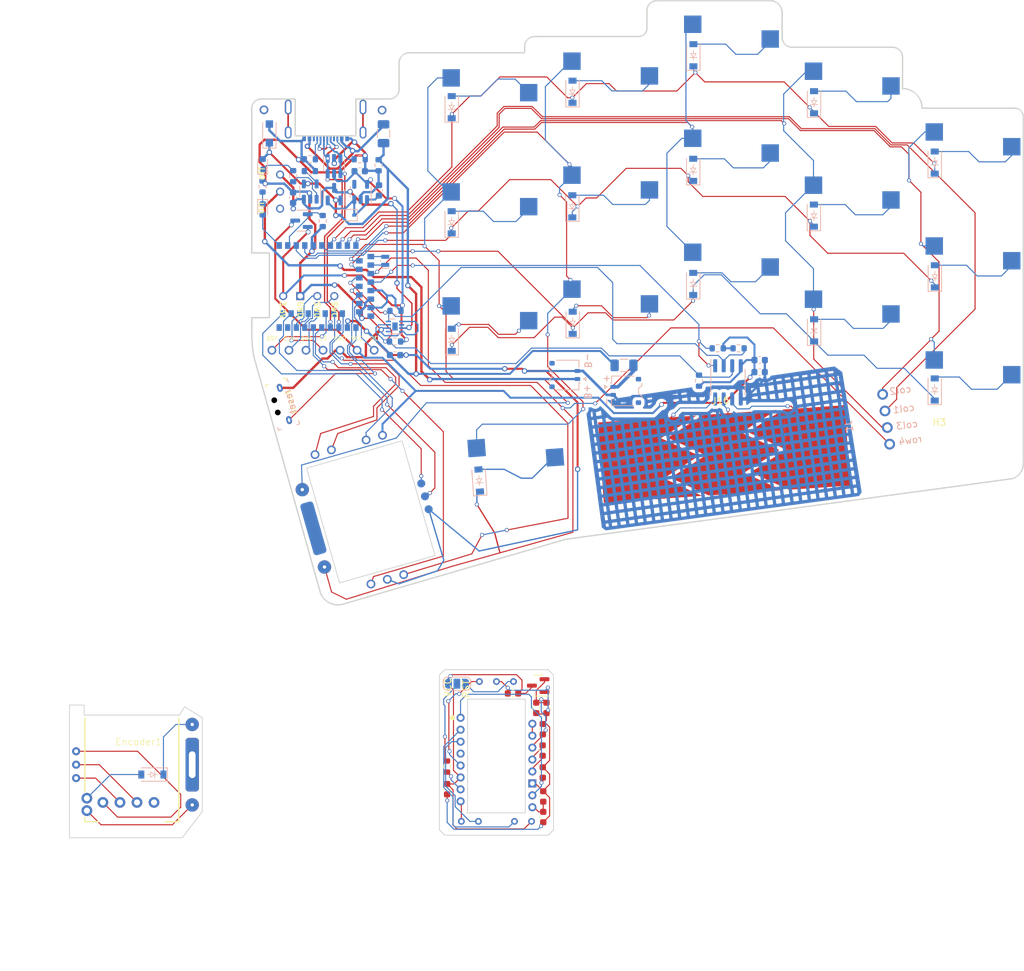
<source format=kicad_pcb>
(kicad_pcb (version 20211014) (generator pcbnew)
  (layers (0 "F.Cu" signal) (31 "B.Cu" signal) (34 "B.Paste" user) (35 "F.Paste" user) (36 "B.SilkS" user "B.Silkscreen") (37 "F.SilkS" user "F.Silkscreen") (38 "B.Mask" user) (39 "F.Mask" user) (44 "Edge.Cuts" user))
  (net 0 "")
  (net 1 "/mcu/VRAW")
  (net 2 "GND")
  (net 3 "Net-(D2-Pad2)")
  (net 4 "Net-(D3-Pad2)")
  (net 5 "Net-(D4-Pad2)")
  (net 6 "Net-(D5-Pad2)")
  (net 7 "Net-(D6-Pad2)")
  (net 8 "Net-(D8-Pad2)")
  (net 9 "Net-(D9-Pad2)")
  (net 10 "Net-(D10-Pad2)")
  (net 11 "Net-(D11-Pad2)")
  (net 12 "Net-(D12-Pad2)")
  (net 13 "Net-(D14-Pad2)")
  (net 14 "Net-(D15-Pad2)")
  (net 15 "Net-(D16-Pad2)")
  (net 16 "Net-(D17-Pad2)")
  (net 17 "/mcu/VBUS")
  (net 18 "Net-(C2-Pad1)")
  (net 19 "/mcu/nRF_VDD")
  (net 20 "/mcu/VBAT")
  (net 21 "Net-(C5-Pad1)")
  (net 22 "/trackball/GND")
  (net 23 "/trackball/1.8V")
  (net 24 "Net-(C8-Pad1)")
  (net 25 "Net-(C8-Pad2)")
  (net 26 "/trackball/3.3V")
  (net 27 "Net-(C12-Pad1)")
  (net 28 "/VCC")
  (net 29 "/keyboard/ROW_1")
  (net 30 "/keyboard/ROW_2")
  (net 31 "/keyboard/ROW_3")
  (net 32 "/encoder/ROW_4")
  (net 33 "Net-(D18-Pad2)")
  (net 34 "/mcu/BLUE_LED")
  (net 35 "/encoder/ENC_A")
  (net 36 "/encoder/ENC_B")
  (net 37 "/encoder/COL_4")
  (net 38 "/encoder/GND")
  (net 39 "Net-(F1-Pad2)")
  (net 40 "Net-(F2-Pad2)")
  (net 41 "/keyboard/COL_1")
  (net 42 "/keyboard/COL_2")
  (net 43 "/keyboard/COL_3")
  (net 44 "/mcu/0.07{slash}hi")
  (net 45 "/mcu/0.22{slash}hi")
  (net 46 "/mcu/1.02")
  (net 47 "/mcu/1.04")
  (net 48 "/mcu/1.00{slash}hi")
  (net 49 "Net-(J12-PadA5)")
  (net 50 "/mcu/D+")
  (net 51 "/mcu/D-")
  (net 52 "Net-(J12-PadB5)")
  (net 53 "unconnected-(J12-PadS1)")
  (net 54 "Net-(J16-Pad1)")
  (net 55 "Net-(J16-Pad2)")
  (net 56 "Net-(J16-Pad3)")
  (net 57 "/mcu/VCC_CTRL")
  (net 58 "Net-(R6-Pad2)")
  (net 59 "Net-(R7-Pad1)")
  (net 60 "/mcu/SDA")
  (net 61 "/mcu/SCL")
  (net 62 "/touchbar/INT")
  (net 63 "/COL6")
  (net 64 "/keyboard/COL_5")
  (net 66 "/mcu/RESET")
  (net 69 "/trackball/SDIO")
  (net 70 "/trackball/SCLK")
  (net 72 "/trackball/NCS")
  (net 73 "/trackball/NRESET")
  (net 74 "/trackball/MOTION")
  (net 75 "Net-(U6-Pad15)")
  (net 76 "Net-(U1-Pad13)")
  (net 77 "Net-(U1-Pad11)")
  (net 78 "/mcu/0.20{slash}hi")
  (net 79 "/mcu/0.12{slash}hi")
  (net 81 "/mcu/0.15{slash}hi")
  (net 82 "/mcu/0.17{slash}hi")
  (net 83 "/mcu/SWD")
  (net 84 "/mcu/SWC")
  (net 85 "/mcu/1.06")
  (net 86 "/mcu/0.10{slash}nfc")
  (net 89 "/mcu/0.24")
  (net 90 "/mcu/0.13")
  (net 91 "Net-(JP1-Pad2)")
  (net 92 "/ROW4")
  (net 93 "/keyboard/COL_4")
  (net 94 "/mcu/0.09{slash}nfc")
  (net 95 "Net-(R13-Pad2)")
  (net 96 "Net-(D20-Pad2)")
  (net 97 "Net-(D21-Pad2)")
  (net 98 "Net-(D23-Pad1)")
  (net 99 "Net-(D24-Pad1)")
  (footprint "Capacitor_SMD:C_0603_1608Metric" (layer "F.Cu") (at 120.804 141.526 -90)
    (fp_text reference "C6" hide)
    (fp_text value "100n")
  )
  (footprint "Capacitor_SMD:C_0603_1608Metric" (layer "F.Cu") (at 120.254 151.156 90)
    (fp_text reference "C5" hide)
    (fp_text value "10n")
  )
  (footprint "mylib:Kailh_Choc_Hotplug" (layer "F.Cu") (at 127.878745 68.031463)
    (fp_text reference "SW11" hide)
    (fp_text value "SW_PUSH-kbd" hide)
  )
  (footprint "mylib:Kailh_Choc_Hotplug" (layer "F.Cu") (at 114.074 108.48 4)
    (fp_text reference "SW20" hide)
    (fp_text value "SW_PUSH-kbd" hide)
  )
  (footprint "mylib:Conn_Display_MountHole" (layer "F.Cu") (at 87.5 88.19)
    (fp_text reference "J9" hide)
    (fp_text value "Conn_Display_general")
  )
  (footprint "mylib:PMW3610-Ref-Male" (layer "F.Cu") (at 108 143)
    (fp_text reference "J3" hide)
    (fp_text value "Conn_01x07")
    (fp_line (start -2.35 17.52) (end -3.15 16.72) (layer "Edge.Cuts") (width 0.12))
    (fp_line (start 13.85 -6.37) (end 13.85 16.72) (layer "Edge.Cuts") (width 0.12))
    (fp_line (start -3.15 16.72) (end -3.15 -6.37) (layer "Edge.Cuts") (width 0.12))
    (fp_line (start 13.05 17.52) (end -2.35 17.52) (layer "Edge.Cuts") (width 0.12))
    (fp_line (start 13.05 -7.17) (end 13.85 -6.37) (layer "Edge.Cuts") (width 0.12))
    (fp_line (start 13.85 16.72) (end 13.05 17.52) (layer "Edge.Cuts") (width 0.12))
    (fp_line (start -2.35 -7.17) (end 13.05 -7.17) (layer "Edge.Cuts") (width 0.12))
    (fp_line (start -3.15 -6.37) (end -2.35 -7.17) (layer "Edge.Cuts") (width 0.12))
  )
  (footprint "mylib:Kailh_Choc_Hotplug" (layer "F.Cu") (at 145.878745 62.531463)
    (fp_text reference "SW10" hide)
    (fp_text value "SW_PUSH-kbd" hide)
  )
  (footprint "MountingHole:MountingHole_3.2mm_M3_DIN965" (layer "F.Cu") (at 179.352 105.686)
    (fp_text reference "H3")
    (fp_text value "MountingHole")
  )
  (footprint "mylib:Kailh_Choc_Hotplug" (layer "F.Cu") (at 145.878745 45.531463)
    (fp_text reference "SW4" hide)
    (fp_text value "SW_PUSH-kbd" hide)
  )
  (footprint "mylib:TouchSlider-3_36x12mm" (layer "F.Cu") (at 147.3 103.658272 4)
    (fp_text reference "J16")
    (fp_text value "Conn_01x03_Male")
  )
  (footprint "mylib:Kailh_Choc_Hotplug" (layer "F.Cu") (at 163.878745 86.531463)
    (fp_text reference "SW15" hide)
    (fp_text value "SW_PUSH-kbd" hide)
  )
  (footprint "mylib:Panasonic_EVQWGD001_Ref" (layer "F.Cu") (at 93.754 112.544 -74)
    (fp_text reference "Ref1" hide)
    (fp_text value "Conn_01x05")
    (fp_rect (start -8.9 -8.3) (end 8.9 6.5) (layer "Edge.Cuts") (width 0.12) (fill none))
  )
  (footprint "mylib:Kailh_Choc_Hotplug" (layer "F.Cu") (at 181.878745 61.592)
    (fp_text reference "SW2" hide)
    (fp_text value "SW_PUSH-kbd" hide)
  )
  (footprint "mylib:Kailh_Choc_Hotplug" (layer "F.Cu") (at 109.878745 70.531463)
    (fp_text reference "SW12" hide)
    (fp_text value "SW_PUSH-kbd" hide)
  )
  (footprint "Connector_PinHeader_2.54mm:PinHeader_1x04_P2.54mm_Vertical" (layer "F.Cu") (at 89.184 80.116 -90)
    (fp_text reference "J11" hide)
    (fp_text value "Conn_01x04_Female")
  )
  (footprint "MountingHole:MountingHole_3.2mm_M3_DIN965" (layer "F.Cu") (at 136.804 43.066)
    (fp_text reference "H6" hide)
    (fp_text value "MountingHole")
  )
  (footprint "Capacitor_SMD:C_0603_1608Metric" (layer "F.Cu") (at 115.814 139.366)
    (fp_text reference "C9" hide)
    (fp_text value "1u")
  )
  (footprint "mylib:Panasonic_EVQWGD001_Latest" (layer "F.Cu") (at 60 150 90)
    (fp_text reference "Encoder1" hide)
    (fp_text value "RotaryEncoder")
  )
  (footprint "Capacitor_SMD:C_0603_1608Metric" (layer "F.Cu") (at 120.324 157.806 -90)
    (fp_text reference "C12" hide)
    (fp_text value " 10u (X7R)")
  )
  (footprint "mylib:Kailh_Choc_Hotplug" (layer "F.Cu") (at 127.878745 51.031463)
    (fp_text reference "SW5" hide)
    (fp_text value "SW_PUSH-kbd" hide)
  )
  (footprint "mylib:SW_BSI10" (layer "F.Cu") (at 77.8 64.538 90)
    (fp_text reference "SW_Bat1" hide)
    (fp_text value "SW_Battery-kbd")
  )
  (footprint "mylib:Kailh_Choc_Hotplug" (layer "F.Cu") (at 109.878745 53.531463)
    (fp_text reference "SW6" hide)
    (fp_text value "SW_PUSH-kbd" hide)
  )
  (footprint "mylib:Kailh_Choc_Hotplug" (layer "F.Cu") (at 163.878745 69.531463)
    (fp_text reference "SW9" hide)
    (fp_text value "SW_PUSH-kbd" hide)
  )
  (footprint "Package_TO_SOT_SMD:SOT-23" (layer "F.Cu") (at 119.574 138.206 180)
    (fp_text reference "U7" hide)
    (fp_text value "MCP1700-1802E-TT")
  )
  (footprint "MountingHole:MountingHole_3.2mm_M3_DIN965" (layer "F.Cu") (at 138.994 91.686)
    (fp_text reference "H2" hide)
    (fp_text value "MountingHole")
  )
  (footprint "mylib:Kailh_Choc_Hotplug" (layer "F.Cu") (at 109.878745 87.531463)
    (fp_text reference "SW18" hide)
    (fp_text value "SW_PUSH-kbd" hide)
  )
  (footprint "MountingHole:MountingHole_3.2mm_M3_DIN965" (layer "F.Cu") (at 90.96 96.034)
    (fp_text reference "H1" hide)
    (fp_text value "MountingHole")
  )
  (footprint "Capacitor_SMD:C_0603_1608Metric" (layer "F.Cu") (at 119.284 141.526 -90)
    (fp_text reference "C10" hide)
    (fp_text value "1u")
  )
  (footprint "mylib:Kailh_Choc_Hotplug" (layer "F.Cu") (at 145.878745 79.531463)
    (fp_text reference "SW16" hide)
    (fp_text value "SW_PUSH-kbd" hide)
  )
  (footprint "Resistor_SMD:R_0603_1608Metric" (layer "F.Cu") (at 105.974 150.276 -90)
    (fp_text reference "R13" hide)
    (fp_text value "2M")
  )
  (footprint "Capacitor_SMD:C_0603_1608Metric" (layer "F.Cu") (at 120.259 144.706 90)
    (fp_text reference "C7" hide)
    (fp_text value "3.3u/16V")
  )
  (footprint "MountingHole:MountingHole_3.2mm_M3_DIN965" (layer "F.Cu") (at 173.934 52.036)
    (fp_text reference "H5" hide)
    (fp_text value "MountingHole")
  )
  (footprint "mylib:Kailh_Choc_Hotplug" (layer "F.Cu") (at 163.878745 52.531463)
    (fp_text reference "SW3" hide)
    (fp_text value "SW_PUSH-kbd" hide)
  )
  (footprint "Capacitor_SMD:C_0603_1608Metric" (layer "F.Cu") (at 120.234 147.886 -90)
    (fp_text reference "C8" hide)
    (fp_text value " 100n (X7R)")
  )
  (footprint "mylib:Kailh_Choc_Hotplug" (layer "F.Cu") (at 181.878745 95.592)
    (fp_text reference "SW14" hide)
    (fp_text value "SW_PUSH-kbd" hide)
  )
  (footprint "mylib:PMW3610" (layer "F.Cu") (at 108 143)
    (fp_text reference "U6" hide)
    (fp_text value "PMW3610")
    (fp_line (start 1.05 -2.78) (end 1.05 14.18) (layer "Edge.Cuts") (width 0.12))
    (fp_line (start 1.05 -2.78) (end 9.65 -2.78) (layer "Edge.Cuts") (width 0.12))
    (fp_line (start 1.05 14.18) (end 9.65 14.18) (layer "Edge.Cuts") (width 0.12))
    (fp_line (start 9.65 -2.78) (end 9.65 14.18) (layer "Edge.Cuts") (width 0.12))
  )
  (footprint "mylib:Kailh_Choc_Hotplug" (layer "F.Cu") (at 127.878745 85.031463)
    (fp_text reference "SW17" hide)
    (fp_text value "SW_PUSH-kbd" hide)
  )
  (footprint "Capacitor_SMD:C_0603_1608Metric" (layer "F.Cu") (at 120.324 154.736 90)
    (fp_text reference "C13" hide)
    (fp_text value " 10n (X7R)")
  )
  (footprint "mylib:Kailh_Choc_Hotplug" (layer "F.Cu") (at 181.878745 78.592)
    (fp_text reference "SW8" hide)
    (fp_text value "SW_PUSH-kbd" hide)
  )
  (footprint "MountingHole:MountingHole_3.2mm_M3_DIN965" (layer "F.Cu") (at 101.034 45.986)
    (fp_text reference "H7" hide)
    (fp_text value "MountingHole")
  )
  (footprint "mylib:Panasonic_EVQWGD001_Ref_Male" (layer "F.Cu") (at 60 150 90)
    (fp_text reference "J5" hide)
    (fp_text value "Conn_01x05")
    (fp_line (start 8.9 -8.1) (end 7.4 -8.1) (layer "Edge.Cuts") (width 0.12))
    (fp_line (start -10.9 -10.3) (end 8.9 -10.3) (layer "Edge.Cuts") (width 0.12))
    (fp_line (start 8.9 -10.3) (end 8.9 -8.1) (layer "Edge.Cuts") (width 0.12))
    (fp_line (start 7.4 6.1) (end 8.636 6.858) (layer "Edge.Cuts") (width 0.12))
    (fp_line (start 7.4 -8.1) (end 7.4 6.1) (layer "Edge.Cuts") (width 0.12))
    (fp_line (start -7 9.5) (end -10.9 6.5) (layer "Edge.Cuts") (width 0.12))
    (fp_line (start -10.9 6.5) (end -10.9 -10.3) (layer "Edge.Cuts") (width 0.12))
    (fp_line (start 8.636 6.858) (end 7 9.5) (layer "Edge.Cuts") (width 0.12))
    (fp_line (start 7 9.5) (end -7 9.5) (layer "Edge.Cuts") (width 0.12))
  )
  (footprint "Capacitor_SMD:C_0603_1608Metric" (layer "F.Cu") (at 105.994 153.646 -90)
    (fp_text reference "C11" hide)
    (fp_text value "100n")
  )
  (footprint "Resistor_SMD:R_0603_1608Metric" (layer "B.Cu") (at 98.235 86.89 180)
    (fp_text reference "R9" hide)
    (fp_text value "5.1k")
  )
  (footprint "mylib:Diode" (layer "B.Cu") (at 160.684 51.206 90)
    (fp_text reference "D3" hide)
    (fp_text value "1N4148W" hide)
  )
  (footprint "Fuse:Fuse_1206_3216Metric" (layer "B.Cu") (at 96.52 55.902 90)
    (fp_text reference "F1" hide)
    (fp_text value "500mA")
  )
  (footprint "mylib:Diode" (layer "B.Cu") (at 124.684 49.646 90)
    (fp_text reference "D5" hide)
    (fp_text value "1N4148W" hide)
  )
  (footprint "Resistor_SMD:R_0603_1608Metric" (layer "B.Cu") (at 146.332 87.906 180)
    (fp_text reference "R12" hide)
    (fp_text value "10k")
  )
  (footprint "mylib:Diode" (layer "B.Cu") (at 106.68 51.942 90)
    (fp_text reference "D6" hide)
    (fp_text value "1N4148W" hide)
  )
  (footprint "Capacitor_SMD:C_0603_1608Metric" (layer "B.Cu") (at 95.844 64.356 90)
    (fp_text reference "C2" hide)
    (fp_text value "10u")
  )
  (footprint "Resistor_SMD:R_0603_1608Metric" (layer "B.Cu") (at 143.538 92.732 90)
    (fp_text reference "R10" hide)
    (fp_text value "10k")
  )
  (footprint "mylib:nrfmicro_USB-C_C168688" (layer "B.Cu") (at 87.878743 56.221463 180)
    (fp_text reference "J12" hide)
    (fp_text value "USB-C USB 2.0 MC-372")
  )
  (footprint "mylib:Diode" (layer "B.Cu") (at 106.674 69.106 90)
    (fp_text reference "D12" hide)
    (fp_text value "1N4148W" hide)
  )
  (footprint "mylib:Diode" (layer "B.Cu") (at 124.654 66.726 90)
    (fp_text reference "D11" hide)
    (fp_text value "1N4148W" hide)
  )
  (footprint "mylib:Diode" (layer "B.Cu") (at 160.694 85.226 90)
    (fp_text reference "D15" hide)
    (fp_text value "1N4148W" hide)
  )
  (footprint "Crystal:Crystal_SMD_MicroCrystal_CM9V-T1A-2Pin_1.6x1.0mm" (layer "B.Cu") (at 96.774 74.86 90)
    (fp_text reference "X1" hide)
    (fp_text value "32.768 kHz")
  )
  (footprint "Diode_SMD:D_SOD-123F" (layer "B.Cu") (at 79.504 55.8585 90)
    (fp_text reference "D25" hide)
    (fp_text value "SMF9.0CA")
  )
  (footprint "mylib:MAX17048-TDFN-8-1EP_2x2mm_P0.5mm_EP0.8x1.2mm" (layer "B.Cu") (at 98.226 84.65 180)
    (fp_text reference "U4" hide)
    (fp_text value "MAX17048")
  )
  (footprint "Resistor_SMD:R_0603_1608Metric" (layer "B.Cu") (at 85.534 61.476)
    (fp_text reference "R7" hide)
    (fp_text value "5K")
  )
  (footprint "mylib:Diode" (layer "B.Cu") (at 124.714 84.096 90)
    (fp_text reference "D17" hide)
    (fp_text value "1N4148W" hide)
  )
  (footprint "mylib:JST_ACH_BM02B-ACHSS-GAN-ETF_1x02-1MP_P1.20mm_Vertical" (layer "B.Cu") (at 132.616 94.256 -90)
    (fp_text reference "WirelessCharger1" hide)
    (fp_text value "Conn_01x02_Female" hide)
  )
  (footprint "Capacitor_SMD:C_0603_1608Metric" (layer "B.Cu") (at 92.964 61.49)
    (fp_text reference "C3" hide)
    (fp_text value "4.7u")
  )
  (footprint "Capacitor_SMD:C_0603_1608Metric" (layer "B.Cu") (at 152.584 89.656)
    (fp_text reference "C15" hide)
    (fp_text value "1uF")
  )
  (footprint "mylib:E73-2G4M08S1C-52840" (layer "B.Cu") (at 95 78.69 180)
    (fp_text reference "U1" hide)
    (fp_text value "E73-2G4M08S1C" hide)
  )
  (footprint "LED_SMD:LED_0603_1608Metric" (layer "B.Cu") (at 78.5 67.19 -90)
    (fp_text reference "D23" hide)
    (fp_text value "BLUE")
  )
  (footprint "Capacitor_SMD:C_0603_1608Metric" (layer "B.Cu") (at 83.034 65.446 90)
    (fp_text reference "C4" hide)
    (fp_text value "0.1u")
  )
  (footprint "Package_TO_SOT_SMD:SOT-23-5" (layer "B.Cu") (at 93.114 64.586 90)
    (fp_text reference "U3" hide)
    (fp_text value "XC6220B331MR-G")
  )
  (footprint "mylib:Diode" (layer "B.Cu") (at 178.674 94.046537 90)
    (fp_text reference "D14" hide)
    (fp_text value "1N4148W" hide)
  )
  (footprint "Capacitor_SMD:C_0603_1608Metric" (layer "B.Cu") (at 98.236 88.922)
    (fp_text reference "C1" hide)
    (fp_text value "4.7u")
  )
  (footprint "Resistor_SMD:R_0603_1608Metric" (layer "B.Cu") (at 149.443 87.906)
    (fp_text reference "R11" hide)
    (fp_text value "10k")
  )
  (footprint "Resistor_SMD:R_0603_1608Metric" (layer "B.Cu") (at 92.964 59.712 180)
    (fp_text reference "R2" hide)
    (fp_text value "5.1K")
  )
  (footprint "mylib:SW_Reset_vertical" (layer "B.Cu") (at 79.677489 96.796 -74)
    (fp_text reference "SW_Reset1" hide)
    (fp_text value "SW_RESET-kbd")
  )
  (footprint "Package_TO_SOT_SMD:SOT-23" (layer "B.Cu") (at 89.154 64.916 90)
    (fp_text reference "Q1" hide)
    (fp_text value "AO3407")
  )
  (footprint "mylib:Diode" (layer "B.Cu") (at 62.064 151.466 180)
    (fp_text reference "D21" hide)
    (fp_text value "1N4148W" hide)
  )
  (footprint "Resistor_SMD:R_0603_1608Metric" (layer "B.Cu") (at 78.486 63.776 90)
    (fp_text reference "R4" hide)
    (fp_text value "1K")
  )
  (footprint "mylib:JST_ACH_BM02B-ACHSS-GAN-ETF_1x02-1MP_P1.20mm_Vertical" (layer "B.Cu") (at 123.534 91.886 90)
    (fp_text reference "Bat_main1" hide)
    (fp_text value "Conn_Battery_solderable")
  )
  (footprint "Fuse:Fuse_1206_3216Metric" (layer "B.Cu") (at 132.362 90.446)
    (fp_text reference "F2" hide)
    (fp_text value "500mA")
  )
  (footprint "mylib:Diode" (layer "B.Cu") (at 142.674 61.286 90)
    (fp_text reference "D10" hide)
    (fp_text value "1N4148W" hide)
  )
  (footprint "Resistor_SMD:R_0603_1608Metric" (layer "B.Cu") (at 95.784 60.606 -90)
    (fp_text reference "R3" hide)
    (fp_text value "100K")
  )
  (footprint "Resistor_SMD:R_0603_1608Metric" (layer "B.Cu") (at 85.534 59.712 180)
    (fp_text reference "R1" hide)
    (fp_text value "5.1K")
  )
  (footprint "mylib:Diode" (layer "B.Cu") (at 142.674 78.306 90)
    (fp_text reference "D16" hide)
    (fp_text value "1N4148W" hide)
  )
  (footprint "Package_TO_SOT_SMD:SOT-23" (layer "B.Cu") (at 84.284 68.856 180)
    (fp_text reference "Q2" hide)
    (fp_text value "AO3407")
  )
  (footprint "mylib:SRV05-4" (layer "B.Cu") (at 89.144 60.728 -90)
    (fp_text reference "U2" hide)
    (fp_text value "SRV05-4")
  )
  (footprint "mylib:Diode" (layer "B.Cu") (at 178.694 77.166537 90)
    (fp_text reference "D8" hide)
    (fp_text value "1N4148W" hide)
  )
  (footprint "Package_TO_SOT_SMD:SOT-23-5" (layer "B.Cu") (at 85.594 64.526 90)
    (fp_text reference "U5" hide)
    (fp_text value "TP4054")
  )
  (footprint "Resistor_SMD:R_0603_1608Metric" (layer "B.Cu") (at 83.044 62.236 -90)
    (fp_text reference "R6" hide)
    (fp_text value "1K")
  )
  (footprint "mylib:Diode" (layer "B.Cu") (at 160.664 68.116 90)
    (fp_text reference "D9" hide)
    (fp_text value "1N4148W" hide)
  )
  (footprint "mylib:PMW3610-Ref" (layer "B.Cu") (at 90.452 118.64 16)
    (fp_text reference "Ref2" hide)
    (fp_text value "Conn_1x07")
  )
  (footprint "Resistor_SMD:R_0603_1608Metric" (layer "B.Cu") (at 87.454 68.926 -90)
    (fp_text reference "R5" hide)
    (fp_text value "2M")
  )
  (footprint "Resistor_SMD:R_0603_1608Metric" (layer "B.Cu") (at 98.298 82.318 180)
    (fp_text reference "R8" hide)
    (fp_text value "5.1k")
  )
  (footprint "mylib:Diode" (layer "B.Cu") (at 106.68 86.636 90)
    (fp_text reference "D18" hide)
    (fp_text value "1N4148W" hide)
  )
  (footprint "LED_SMD:LED_0603_1608Metric" (layer "B.Cu") (at 78.5 60.474 90)
    (fp_text reference "D24" hide)
    (fp_text value "RED")
  )
  (footprint "mylib:Diode" (layer "B.Cu") (at 110.784 107.616 94)
    (fp_text reference "D20" hide)
    (fp_text value "1N4148W" hide)
  )
  (footprint "mylib:Diode" (layer "B.Cu") (at 178.674 60.206537 90)
    (fp_text reference "D2" hide)
    (fp_text value "1N4148W" hide)
  )
  (footprint "Package_SO:SOIC-8_3.9x4.9mm_P1.27mm" (layer "B.Cu") (at 147.856 92.986 -90)
    (fp_text reference "U8" hide)
    (fp_text value "CAP1203")
  )
  (footprint "Diode_SMD:D_SOD-323" (layer "B.Cu") (at 91.104 68.046 180)
    (fp_text reference "D22" hide)
    (fp_text value "BAT60B")
  )
  (footprint "Capacitor_SMD:C_0603_1608Metric" (layer "B.Cu") (at 152.574 91.456)
    (fp_text reference "C14" hide)
    (fp_text value "0.1uF")
  )
  (footprint "mylib:Diode" (layer "B.Cu") (at 142.704 44.196 90)
    (fp_text reference "D4" hide)
    (fp_text value "1N4148W" hide)
  )
  (footprint "Jumper:SolderJumper-3_P1.3mm_Open_RoundedPad1.0x1.5mm_NumberLabels" (layer "B.Cu") (at 107.454 137.916 180)
    (fp_text reference "JP1" hide)
    (fp_text value "SolderJumper_3_Open")
  )
  (footprint "mylib:Magnetic-PogoPin-1x04-Female" (layer "B.Cu") (at 171.434 98.483835 -82)
    (fp_text reference "J1")
    (fp_text value "expantion1")
  )
  (gr_line (start 157.328743 43.006463) (end 172.378743 43.006463) (layer "Edge.Cuts") (width 0.2))
  (gr_arc (start 154.233743 36.061463) (mid 155.438805 36.621321) (end 155.928743 37.856463) (layer "Edge.Cuts") (width 0.2))
  (gr_arc (start 98.834 45.3) (mid 99.284338 44.283557) (end 100.3 43.831463) (layer "Edge.Cuts") (width 0.2))
  (gr_line (start 176.778743 52.092) (end 190.528743 52.092) (layer "Edge.Cuts") (width 0.2))
  (gr_line (start 79.502 83.334) (end 76.878743 83.334) (layer "Edge.Cuts") (width 0.2))
  (gr_line (start 77.184 89.126) (end 87.104 124.346) (layer "Edge.Cuts") (width 0.2))
  (gr_arc (start 135.778938 37.54105) (mid 136.222437 36.490666) (end 137.278743 36.061463) (layer "Edge.Cuts") (width 0.2))
  (gr_arc (start 173.878743 49.167) (mid 175.93453 50.02889) (end 176.778743 52.092) (layer "Edge.Cuts") (width 0.2))
  (gr_line (start 83.348743 56.221463) (end 92.398743 56.221463) (layer "Edge.Cuts") (width 0.2))
  (gr_line (start 79.502 73.682) (end 79.502 83.334) (layer "Edge.Cuts") (width 0.2))
  (gr_line (start 83.348743 50.723963) (end 83.348743 56.221463) (layer "Edge.Cuts") (width 0.2))
  (gr_line (start 97.378743 50.721463) (end 92.398743 50.723963) (layer "Edge.Cuts") (width 0.2))
  (gr_arc (start 172.378743 43.006463) (mid 173.439403 43.445803) (end 173.878743 44.506463) (layer "Edge.Cuts") (width 0.2))
  (gr_arc (start 77.184 89.126) (mid 76.933638 87.070231) (end 76.878743 85) (layer "Edge.Cuts") (width 0.2))
  (gr_line (start 119.158999 41.4) (end 134.628743 41.4) (layer "Edge.Cuts") (width 0.2))
  (gr_line (start 191.878743 53.367) (end 191.878743 104.986532) (layer "Edge.Cuts") (width 0.2))
  (gr_arc (start 98.834 49.168) (mid 98.44816 50.264913) (end 97.378743 50.721463) (layer "Edge.Cuts") (width 0.2))
  (gr_line (start 173.878743 44.506463) (end 173.878743 49.167) (layer "Edge.Cuts") (width 0.2))
  (gr_line (start 123.704 116.376) (end 90.714 125.986) (layer "Edge.Cuts") (width 0.2))
  (gr_line (start 76.878743 83.334) (end 76.878743 85) (layer "Edge.Cuts") (width 0.2))
  (gr_arc (start 190.528743 52.092) (mid 191.467805 52.449905) (end 191.878743 53.367) (layer "Edge.Cuts") (width 0.2))
  (gr_line (start 137.278743 36.061463) (end 154.233743 36.061463) (layer "Edge.Cuts") (width 0.2))
  (gr_arc (start 90.714 125.986) (mid 88.569345 125.913655) (end 87.104 124.346) (layer "Edge.Cuts") (width 0.2))
  (gr_line (start 123.704 116.376) (end 190.274 107.336) (layer "Edge.Cuts") (width 0.2))
  (gr_line (start 155.928743 37.856463) (end 155.928743 41.426) (layer "Edge.Cuts") (width 0.2))
  (gr_arc (start 117.550501 42.856384) (mid 118.053123 41.795061) (end 119.158999 41.4) (layer "Edge.Cuts") (width 0.2))
  (gr_line (start 76.878743 73.682) (end 76.878743 51.971463) (layer "Edge.Cuts") (width 0.2))
  (gr_line (start 98.834 49.168) (end 98.834 45.3) (layer "Edge.Cuts") (width 0.2))
  (gr_arc (start 191.878743 104.986532) (mid 191.47514 106.433634) (end 190.274 107.336) (layer "Edge.Cuts") (width 0.2))
  (gr_line (start 117.550501 43.831463) (end 117.550501 42.856384) (layer "Edge.Cuts") (width 0.2))
  (gr_line (start 92.398743 56.221463) (end 92.398743 50.723963) (layer "Edge.Cuts") (width 0.2))
  (gr_line (start 83.348743 50.723963) (end 78.378743 50.721463) (layer "Edge.Cuts") (width 0.2))
  (gr_arc (start 76.878743 51.971463) (mid 77.381918 51.050273) (end 78.378743 50.721463) (layer "Edge.Cuts") (width 0.2))
  (gr_line (start 135.778743 40.1) (end 135.778743 37.541063) (layer "Edge.Cuts") (width 0.2))
  (gr_line (start 76.878743 73.682) (end 79.502 73.682) (layer "Edge.Cuts") (width 0.2))
  (gr_arc (start 157.328743 43.006463) (mid 156.301419 42.506181) (end 155.928743 41.426) (layer "Edge.Cuts") (width 0.2))
  (gr_arc (start 135.778743 40.1) (mid 135.472982 40.988173) (end 134.628743 41.4) (layer "Edge.Cuts") (width 0.2))
  (gr_line (start 100.3 43.831463) (end 117.550501 43.831463) (layer "Edge.Cuts") (width 0.2))
  (gr_text "VCC" (at 106.104 138.456 90) (layer "F.SilkS") (effects (font (size 1 1))))
  (gr_text "RST" (at 108.834 138.716 90) (layer "F.SilkS") (effects (font (size 1 1))))
  (segment (start 102.164 78.79) (end 102.164 91.341023) (width 0.35) (layer "F.Cu") (net 1))
  (segment (start 102.164 91.341023) (end 103.406 92.583023) (width 0.35) (layer "F.Cu") (net 1))
  (segment (start 79.766 65.838) (end 78.826 66.778) (width 0.35) (layer "F.Cu") (net 1))
  (segment (start 95.056 77.278) (end 100.652 77.278) (width 0.35) (layer "F.Cu") (net 1))
  (segment (start 79.8 65.838) (end 79.766 65.838) (width 0.35) (layer "F.Cu") (net 1))
  (segment (start 78.826 66.778) (end 78.826 71.978) (width 0.35) (layer "F.Cu") (net 1))
  (segment (start 81.1 64.538) (end 79.8 65.838) (width 0.35) (layer "F.Cu") (net 1))
  (segment (start 90.056 75.628) (end 90.636 76.208) (width 0.35) (layer "F.Cu") (net 1))
  (segment (start 100.652 77.278) (end 102.164 78.79) (width 0.35) (layer "F.Cu") (net 1))
  (segment (start 93.986 76.208) (end 95.056 77.278) (width 0.35) (layer "F.Cu") (net 1))
  (segment (start 90.636 76.208) (end 93.986 76.208) (width 0.35) (layer "F.Cu") (net 1))
  (via (at 103.406 92.583023) (size 0.8) (drill 0.5) (layers "F.Cu" "B.Cu") (net 1))
  (via (at 78.826 71.978) (size 0.8) (drill 0.5) (layers "F.Cu" "B.Cu") (net 1))
  (via (at 90.056 75.628) (size 0.8) (drill 0.5) (layers "F.Cu" "B.Cu") (net 1))
  (segment (start 82.376 75.528) (end 89.956 75.528) (width 0.35) (layer "B.Cu") (net 1))
  (segment (start 103.503023 92.486) (end 103.406 92.583023) (width 0.35) (layer "B.Cu") (net 1))
  (segment (start 89.956 75.528) (end 90.056 75.628) (width 0.35) (layer "B.Cu") (net 1))
  (segment (start 78.826 71.978) (end 82.376 75.528) (width 0.35) (layer "B.Cu") (net 1))
  (segment (start 125.409 92.486) (end 103.503023 92.486) (width 0.35) (layer "B.Cu") (net 1))
  (segment (start 89.901988 61.662012) (end 85.760012 61.662012) (width 0.35) (layer "F.Cu") (net 2))
  (segment (start 80.906 56.808) (end 83.856 59.758) (width 0.35) (layer "F.Cu") (net 2))
  (segment (start 93.286 82.028) (end 89.716 78.458) (width 0.35) (layer "F.Cu") (net 2))
  (segment (start 117.202 90.954) (end 117.534 91.286) (width 0.3) (layer "F.Cu") (net 2))
  (segment (start 89.716 78.458) (end 89.216 78.458) (width 0.35) (layer "F.Cu") (net 2))
  (segment (start 95.532 86.912) (end 97.526 88.906) (width 0.3) (layer "F.Cu") (net 2))
  (segment (start 78.883 60.965) (end 78.056 60.138) (width 0.35) (layer "F.Cu") (net 2))
  (segment (start 83.049775 93.800225) (end 81.055108 93.800225) (width 0.35) (layer "F.Cu") (net 2))
  (segment (start 125.444 95.986) (end 125.444 105.936) (width 0.3) (layer "F.Cu") (net 2))
  (segment (start 92.406 59.158) (end 89.901988 61.662012) (width 0.35) (layer "F.Cu") (net 2))
  (segment (start 95.996 85.128) (end 96.176 85.128) (width 0.35) (layer "F.Cu") (net 2))
  (segment (start 94.466 83.418) (end 96.176 85.128) (width 0.2) (layer "F.Cu") (net 2))
  (segment (start 93.894 87.23) (end 95.996 85.128) (width 0.35) (layer "F.Cu") (net 2))
  (segment (start 114.582 90.954) (end 117.202 90.954) (width 0.3) (layer "F.Cu") (net 2))
  (segment (start 78.056 60.138) (end 78.056 57.518) (width 0.35) (layer "F.Cu") (net 2))
  (segment (start 78.766 56.808) (end 80.906 56.808) (width 0.35) (layer "F.Cu") (net 2))
  (segment (start 86.336 69.478) (end 86.336 72.943998) (width 0.35) (layer "F.Cu") (net 2))
  (segment (start 92.202 57.172) (end 91.812 57.172) (width 0.35) (layer "F.Cu") (net 2))
  (segment (start 93.672511 89.229489) (end 93.894 89.008) (width 0.35) (layer "F.Cu") (net 2))
  (segment (start 93.766 59.158) (end 92.406 59.158) (width 0.35) (layer "F.Cu") (net 2))
  (segment (start 120.744 91.286) (end 125.444 95.986) (width 0.3) (layer "F.Cu") (net 2))
  (segment (start 95.532 85.772) (end 95.532 86.912) (width 0.3) (layer "F.Cu") (net 2))
  (segment (start 86.336 72.943998) (end 85.851998 73.428) (width 0.35) (layer "F.Cu") (net 2))
  (segment (start 96.176 85.128) (end 95.532 85.772) (width 0.3) (layer "F.Cu") (net 2))
  (segment (start 84.104 75.176) (end 84.104 80.116) (width 0.35) (layer "F.Cu") (net 2))
  (segment (start 87.424 89.426) (end 83.049775 93.800225) (width 0.35) (layer "F.Cu") (net 2))
  (segment (start 85.852 73.428) (end 84.104 75.176) (width 0.35) (layer "F.Cu") (net 2))
  (segment (start 93.894 89.008) (end 93.894 87.23) (width 0.35) (layer "F.Cu") (net 2))
  (segment (start 93.286 83.418) (end 94.466 83.418) (width 0.2) (layer "F.Cu") (net 2))
  (segment (start 90.04 88.19) (end 91.079489 89.229489) (width 0.35) (layer "F.Cu") (net 2))
  (segment (start 91.079489 89.229489) (end 93.672511 89.229489) (width 0.35) (layer "F.Cu") (net 2))
  (segment (start 117.534 91.286) (end 120.744 91.286) (width 0.3) (layer "F.Cu") (net 2))
  (segment (start 78.056 57.518) (end 78.766 56.808) (width 0.35) (layer "F.Cu") (net 2))
  (segment (start 85.760012 61.662012) (end 83.856 59.758) (width 0.35) (layer "F.Cu") (net 2))
  (segment (start 91.812 57.172) (end 89.186 59.798) (width 0.35) (layer "F.Cu") (net 2))
  (segment (start 90.04 88.19) (end 89.4 88.19) (width 0.35) (layer "F.Cu") (net 2))
  (segment (start 93.286 83.418) (end 93.286 82.028) (width 0.35) (layer "F.Cu") (net 2))
  (segment (start 89.186 59.798) (end 89.186 60.338) (width 0.35) (layer "F.Cu") (net 2))
  (segment (start 92.202 57.172) (end 93.766 58.736) (width 0.35) (layer "F.Cu") (net 2))
  (segment (start 93.766 58.736) (end 93.766 59.158) (width 0.35) (layer "F.Cu") (net 2))
  (segment (start 78.883 63.348) (end 78.883 60.965) (width 0.35) (layer "F.Cu") (net 2))
  (segment (start 89.4 88.19) (end 88.164 89.426) (width 0.35) (layer "F.Cu") (net 2))
  (segment (start 85.476 68.618) (end 86.336 69.478) (width 0.35) (layer "F.Cu") (net 2))
  (segment (start 97.526 88.906) (end 99.884 88.906) (width 0.3) (layer "F.Cu") (net 2))
  (segment (start 85.476 64.768) (end 85.476 68.618) (width 0.35) (layer "F.Cu") (net 2))
  (segment (start 88.164 89.426) (end 87.424 89.426) (width 0.35) (layer "F.Cu") (net 2))
  (via (at 85.851998 73.428) (size 0.8) (drill 0.5) (layers "F.Cu" "B.Cu") (net 2))
  (via (at 92.202 57.172) (size 0.8) (drill 0.5) (layers "F.Cu" "B.Cu") (net 2))
  (via (at 99.884 88.906) (size 0.8) (drill 0.5) (layers "F.Cu" "B.Cu") (net 2))
  (via (at 117.534 91.286) (size 0.8) (drill 0.5) (layers "F.Cu" "B.Cu") (net 2))
  (via (at 89.186 60.338) (size 0.8) (drill 0.5) (layers "F.Cu" "B.Cu") (net 2))
  (via (at 125.444 105.936) (size 0.8) (drill 0.5) (layers "F.Cu" "B.Cu") (net 2))
  (via (at 83.856 59.758) (size 0.8) (drill 0.5) (layers "F.Cu" "B.Cu") (net 2))
  (via (at 93.766 59.158) (size 0.8) (drill 0.5) (layers "F.Cu" "B.Cu") (net 2))
  (via (at 78.883 63.348) (size 0.8) (drill 0.5) (layers "F.Cu" "B.Cu") (net 2))
  (via (at 96.176 85.128) (size 0.8) (drill 0.5) (layers "F.Cu" "B.Cu") (net 2))
  (via (at 114.582 90.954) (size 0.8) (drill 0.5) (layers "F.Cu" "B.Cu") (net 2))
  (via (at 89.216 78.458) (size 0.8) (drill 0.5) (layers "F.Cu" "B.Cu") (net 2))
  (via (at 93.286 83.418) (size 0.8) (drill 0.5) (layers "F.Cu" "B.Cu") (net 2))
  (via (at 85.476 64.768) (size 0.8) (drill 0.5) (layers "F.Cu" "B.Cu") (net 2))
  (segment (start 153.349 92.481) (end 153.349 91.456) (width 0.35) (layer "B.Cu") (net 2))
  (segment (start 96.176 85.528) (end 96.176 85.128) (width 0.2) (layer "B.Cu") (net 2))
  (segment (start 79.504 55.404) (end 81.095983 56.995983) (width 0.35) (layer "B.Cu") (net 2))
  (segment (start 101.178 83.9) (end 101.628 84.35) (width 0.2) (layer "B.Cu") (net 2))
  (segment (start 153.349 91.456) (end 153.349 89.666) (width 0.35) (layer "B.Cu") (net 2))
  (segment (start 99.2135 83.9) (end 101.178 83.9) (width 0.2) (layer "B.Cu") (net 2))
  (segment (start 83.902 59.712) (end 83.856 59.758) (width 0.35) (layer "B.Cu") (net 2))
  (segment (start 95.784 61.431) (end 93.798 61.431) (width 0.35) (layer "B.Cu") (net 2))
  (segment (start 101.628 85.366) (end 101.12 85.874) (width 0.2) (layer "B.Cu") (net 2))
  (segment (start 133.632 95.018) (end 132.87 95.78) (width 0.35) (layer "B.Cu") (net 2))
  (segment (start 103.462 90.954) (end 114.582 90.954) (width 0.3) (layer "B.Cu") (net 2))
  (segment (start 85.762 78.458) (end 89.216 78.458) (width 0.35) (layer "B.Cu") (net 2))
  (segment (start 98.804 123.026) (end 104.564 121.076) (width 0.2) (layer "B.Cu") (net 2))
  (segment (start 84.709 59.712) (end 84.309223 59.312223) (width 0.35) (layer "B.Cu") (net 2))
  (segment (start 104.564 121.076) (end 105.504 119.506) (width 0.2) (layer "B.Cu") (net 2))
  (segment (start 96.404 84.9) (end 96.176 85.128) (width 0.2) (layer "B.Cu") (net 2))
  (segment (start 95.784 61.431) (end 95.784 63.521) (width 0.35) (layer "B.Cu") (net 2))
  (segment (start 99.884 88.906) (end 101.414 88.906) (width 0.3) (layer "B.Cu") (net 2))
  (segment (start 86.05 72.571) (end 86.05 73.229998) (width 0.2) (layer "B.Cu") (net 2))
  (segment (start 145.584 93.616) (end 144.182 95.018) (width 0.35) (layer "B.Cu") (net 2))
  (segment (start 99.942 85.874) (end 99.468 85.4) (width 0.2) (layer "B.Cu") (net 2))
  (segment (start 125.444 105.936) (end 125.444 114.976) (width 0.2) (layer "B.Cu") (net 2))
  (segment (start 86.05 73.229998) (end 85.851998 73.428) (width 0.2) (layer "B.Cu") (net 2))
  (segment (start 96.676 86.028) (end 96.176 85.528) (width 0.2) (layer "B.Cu") (net 2))
  (segment (start 84.309223 56.995983) (end 84.683743 56.621463) (width 0.35) (layer "B.Cu") (net 2))
  (segment (start 86.359 61.362) (end 84.709 59.712) (width 0.35) (layer "B.Cu") (net 2))
  (segment (start 97.083192 122.356153) (end 98.804 123.026) (width 0.2) (layer "B.Cu") (net 2))
  (segment (start 92.908 83.04) (end 93.286 83.418) (width 0.35) (layer "B.Cu") (net 2))
  (segment (start 98.5855 86.028) (end 96.676 86.028) (width 0.2) (layer "B.Cu") (net 2))
  (segment (start 83.167 64.538) (end 85.246 64.538) (width 0.35) (layer "B.Cu") (net 2))
  (segment (start 84.104 80.116) (end 85.762 78.458) (width 0.35) (layer "B.Cu") (net 2))
  (segment (start 84.709 59.712) (end 83.902 59.712) (width 0.35) (layer "B.Cu") (net 2))
  (segment (start 101.414 88.906) (end 103.462 90.954) (width 0.3) (layer "B.Cu") (net 2))
  (segment (start 85.594 64.886) (end 85.476 64.768) (width 0.35) (layer "B.Cu") (net 2))
  (segment (start 93.008 82.477) (end 93.774 81.711) (width 0.35) (layer "B.Cu") (net 2))
  (segment (start 101.628 84.35) (end 101.628 85.366) (width 0.2) (layer "B.Cu") (net 2))
  (segment (start 93.114 65.07) (end 93.114 65.7235) (width 0.35) (layer "B.Cu") (net 2))
  (segment (start 110.772 118.132) (end 103.245008 111.903096) (width 0.2) (layer "B.Cu") (net 2))
  (segment (start 97.2385 84.9) (end 96.404 84.9) (width 0.2) (layer "B.Cu") (net 2))
  (segment (start 149.761 95.461) (end 150.369 95.461) (width 0.35) (layer "B.Cu") (net 2))
  (segment (start 125.434 91.286) (end 117.534 91.286) (width 0.3) (layer "B.Cu") (net 2))
  (segment (start 89.144 59.5905) (end 89.144 60.296) (width 0.35) (layer "B.Cu") (net 2))
  (segment (start 81.095983 56.995983) (end 84.309223 56.995983) (width 0.35) (layer "B.Cu") (net 2))
  (segment (start 92.908 82.477) (end 92.908 83.04) (width 0.35) (layer "B.Cu") (net 2))
  (segment (start 84.309223 59.312223) (end 84.309223 56.995983) (width 0.35) (layer "B.Cu") (net 2))
  (segment (start 99.942 85.874) (end 101.12 85.874) (width 0.2) (layer "B.Cu") (net 2))
  (segment (start 95.844 63.581) (end 94.807 64.618) (width 0.35) (layer "B.Cu") (net 2))
  (segment (start 99.2135 85.4) (end 98.5855 86.028) (width 0.2) (layer "B.Cu") (net 2))
  (segment (start 85.851998 71.353002) (end 85.851998 73.428) (width 0.35) (layer "B.Cu") (net 2))
  (segment (start 93.566 64.618) (end 93.114 65.07) (width 0.35) (layer "B.Cu") (net 2))
  (segment (start 125.444 114.976) (end 110.772 118.132) (width 0.2) (layer "B.Cu") (net 2))
  (segment (start 149.761 94.203) (end 149.174 93.616) (width 0.35) (layer "B.Cu") (net 2))
  (segment (start 129.804 94.856) (end 126.234 91.286) (width 0.4) (layer "B.Cu") (net 2))
  (segment (start 93.789 59.181) (end 93.766 59.158) (width 0.35) (layer "B.Cu") (net 2))
  (segment (start 130.741 94.856) (end 131.665 95.78) (width 0.4) (layer "B.Cu") (net 2))
  (segment (start 94.807 64.618) (end 93.566 64.618) (width 0.35) (layer "B.Cu") (net 2))
  (segment (start 91.083743 56.621463) (end 91.651463 56.621463) (width 0.35) (layer "B.Cu") (net 2))
  (segment (start 87.454 69.751) (end 85.851998 71.353002) (width 0.35) (layer "B.Cu") (net 2))
  (segment (start 93.774 81.711) (end 93.774 81.175978) (width 0.35) (layer "B.Cu") (net 2))
  (segment (start 144.182 95.018) (end 133.632 95.018) (width 0.35) (layer "B.Cu") (net 2))
  (segment (start 81.711 63.348) (end 78.883 63.348) (width 0.35) (layer "B.Cu") (net 2))
  (segment (start 78.883 63.348) (end 78.486 62.951) (width 0.35) (layer "B.Cu") (net 2))
  (segment (start 93.789 61.44) (end 93.789 59.181) (width 0.35) (layer "B.Cu") (net 2))
  (segment (start 105.504 119.506) (end 103.245008 111.903096) (width 0.2) (layer "B.Cu") (net 2))
  (segment (start 149.761 95.461) (end 149.761 94.203) (width 0.35) (layer "B.Cu") (net 2))
  (segment (start 99.0435 88.906) (end 99.884 88.906) (width 0.3) (layer "B.Cu") (net 2))
  (segment (start 85.594 65.6635) (end 85.594 64.886) (width 0.35) (layer "B.Cu") (net 2))
  (segment (start 89.144 60.296) (end 89.186 60.338) (width 0.35) (layer "B.Cu") (net 2))
  (segment (start 130.741 94.856) (end 129.804 94.856) (width 0.4) (layer "B.Cu") (net 2))
  (segment (start 85.246 64.538) (end 85.476 64.768) (width 0.35) (layer "B.Cu") (net 2))
  (segment (start 83.034 64.671) (end 81.711 63.348) (width 0.35) (layer "B.Cu") (net 2))
  (segment (start 91.651463 56.621463) (end 92.202 57.172) (width 0.35) (layer "B.Cu") (net 2))
  (segment (start 79.504 54.4585) (end 79.504 55.404) (width 0.35) (layer "B.Cu") (net 2))
  (segment (start 126.234 91.286) (end 125.434 91.286) (width 0.4) (layer "B.Cu") (net 2))
  (segment (start 93.774 81.175978) (end 94.379978 80.57) (width 0.35) (layer "B.Cu") (net 2))
  (segment (start 149.174 93.616) (end 145.584 93.616) (width 0.35) (layer "B.Cu") (net 2))
  (segment (start 150.369 95.461) (end 153.349 92.481) (width 0.35) (layer "B.Cu") (net 2))
  (segment (start 131.665 95.78) (end 132.87 95.78) (width 0.4) (layer "B.Cu") (net 2))
  (segment (start 178.674 58.556537) (end 183.734 58.556537) (width 0.16) (layer "B.Cu") (net 3))
  (segment (start 183.734 58.556537) (end 185.274 60.096537) (width 0.16) (layer "B.Cu") (net 3))
  (segment (start 185.274 60.096537) (end 189.194 60.096537) (width 0.16) (layer "B.Cu") (net 3))
  (segment (start 190.153745 59.136792) (end 190.153745 57.842) (width 0.16) (layer "B.Cu") (net 3))
  (segment (start 189.194 60.096537) (end 190.153745 59.136792) (width 0.16) (layer "B.Cu") (net 3))
  (segment (start 160.684 49.556) (end 165.444 49.556) (width 0.16) (layer "B.Cu") (net 4))
  (segment (start 171.664 51.116) (end 172.153745 50.626255) (width 0.16) (layer "B.Cu") (net 4))
  (segment (start 165.444 49.556) (end 167.004 51.116) (width 0.16) (layer "B.Cu") (net 4))
  (segment (start 172.153745 50.626255) (end 172.153745 48.781463) (width 0.16) (layer "B.Cu") (net 4))
  (segment (start 167.004 51.116) (end 171.664 51.116) (width 0.16) (layer "B.Cu") (net 4))
  (segment (start 152.264 44.066) (end 154.153745 42.176255) (width 0.16) (layer "B.Cu") (net 5))
  (segment (start 149.044 44.066) (end 152.264 44.066) (width 0.16) (layer "B.Cu") (net 5))
  (segment (start 142.704 42.546) (end 147.524 42.546) (width 0.16) (layer "B.Cu") (net 5))
  (segment (start 147.524 42.546) (end 149.044 44.066) (width 0.16) (layer "B.Cu") (net 5))
  (segment (start 130.554 49.516) (end 135.124 49.516) (width 0.16) (layer "B.Cu") (net 6))
  (segment (start 124.684 47.996) (end 129.034 47.996) (width 0.16) (layer "B.Cu") (net 6))
  (segment (start 135.124 49.516) (end 136.153745 48.486255) (width 0.16) (layer "B.Cu") (net 6))
  (segment (start 129.034 47.996) (end 130.554 49.516) (width 0.16) (layer "B.Cu") (net 6))
  (segment (start 110.998 50.292) (end 113.538 47.752) (width 0.16) (layer "B.Cu") (net 7))
  (segment (start 116.124282 47.752) (end 118.153745 49.781463) (width 0.16) (layer "B.Cu") (net 7))
  (segment (start 106.68 50.292) (end 110.998 50.292) (width 0.16) (layer "B.Cu") (net 7))
  (segment (start 113.538 47.752) (end 116.124282 47.752) (width 0.16) (layer "B.Cu") (net 7))
  (segment (start 185.004 77.116537) (end 188.614 77.116537) (width 0.16) (layer "B.Cu") (net 8))
  (segment (start 183.404 75.516537) (end 185.004 77.116537) (width 0.16) (layer "B.Cu") (net 8))
  (segment (start 188.614 77.116537) (end 190.153745 75.576792) (width 0.16) (layer "B.Cu") (net 8))
  (segment (start 178.694 75.516537) (end 183.404 75.516537) (width 0.16) (layer "B.Cu") (net 8))
  (segment (start 170.944 67.986) (end 172.153745 66.776255) (width 0.16) (layer "B.Cu") (net 9))
  (segment (start 166.844 67.986) (end 170.944 67.986) (width 0.16) (layer "B.Cu") (net 9))
  (segment (start 165.324 66.466) (end 166.844 67.986) (width 0.16) (layer "B.Cu") (net 9))
  (segment (start 160.664 66.466) (end 165.324 66.466) (width 0.16) (layer "B.Cu") (net 9))
  (segment (start 153.124 60.996) (end 154.153745 59.966255) (width 0.16) (layer "B.Cu") (net 10))
  (segment (start 148.664 60.996) (end 153.124 60.996) (width 0.16) (layer "B.Cu") (net 10))
  (segment (start 142.674 59.636) (end 147.304 59.636) (width 0.16) (layer "B.Cu") (net 10))
  (segment (start 147.304 59.636) (end 148.664 60.996) (width 0.16) (layer "B.Cu") (net 10))
  (segment (start 129.314 65.076) (end 130.694 66.456) (width 0.16) (layer "B.Cu") (net 11))
  (segment (start 135.544 66.456) (end 136.153745 65.846255) (width 0.16) (layer "B.Cu") (net 11))
  (segment (start 130.694 66.456) (end 135.544 66.456) (width 0.16) (layer "B.Cu") (net 11))
  (segment (start 136.153745 65.846255) (end 136.153745 64.281463) (width 0.16) (layer "B.Cu") (net 11))
  (segment (start 124.654 65.076) (end 129.314 65.076) (width 0.16) (layer "B.Cu") (net 11))
  (segment (start 106.674 67.456) (end 111.384 67.456) (width 0.16) (layer "B.Cu") (net 12))
  (segment (start 116.249638 68.996) (end 118.074175 67.171463) (width 0.16) (layer "B.Cu") (net 12))
  (segment (start 112.924 68.996) (end 116.249638 68.996) (width 0.16) (layer "B.Cu") (net 12))
  (segment (start 111.384 67.456) (end 112.924 68.996) (width 0.16) (layer "B.Cu") (net 12))
  (segment (start 184.154 94.006537) (end 187.989208 94.006537) (width 0.16) (layer "B.Cu") (net 13))
  (segment (start 187.989208 94.006537) (end 190.153745 91.842) (width 0.16) (layer "B.Cu") (net 13))
  (segment (start 182.332 92.184537) (end 184.154 94.006537) (width 0.16) (layer "B.Cu") (net 13))
  (segment (start 178.886 92.184537) (end 182.332 92.184537) (width 0.16) (layer "B.Cu") (net 13))
  (segment (start 165.194 83.576) (end 166.554 84.936) (width 0.16) (layer "B.Cu") (net 14))
  (segment (start 166.554 84.936) (end 170.974 84.936) (width 0.16) (layer "B.Cu") (net 14))
  (segment (start 170.974 84.936) (end 172.153745 83.756255) (width 0.16) (layer "B.Cu") (net 14))
  (segment (start 160.694 83.576) (end 165.194 83.576) (width 0.16) (layer "B.Cu") (net 14))
  (segment (start 146.964489 76.646489) (end 148.294 77.976) (width 0.16) (layer "B.Cu") (net 15))
  (segment (start 142.683511 76.646489) (end 146.964489 76.646489) (width 0.16) (layer "B.Cu") (net 15))
  (segment (start 151.959208 77.976) (end 154.153745 75.781463) (width 0.16) (layer "B.Cu") (net 15))
  (segment (start 148.294 77.976) (end 151.959208 77.976) (width 0.16) (layer "B.Cu") (net 15))
  (segment (start 130.784 83.336) (end 129.004 81.556) (width 0.16) (layer "F.Cu") (net 16))
  (segment (start 135.774 83.336) (end 130.784 83.336) (width 0.16) (layer "F.Cu") (net 16))
  (segment (start 136.094 83.016) (end 135.774 83.336) (width 0.16) (layer "F.Cu") (net 16))
  (segment (start 129.004 81.556) (end 125.25 81.556) (width 0.16) (layer "F.Cu") (net 16))
  (via (at 125.25 81.556) (size 0.6) (drill 0.4) (layers "F.Cu" "B.Cu") (net 16))
  (via (at 136.094 83.016) (size 0.6) (drill 0.4) (layers "F.Cu" "B.Cu") (net 16))
  (segment (start 136.153745 82.956255) (end 136.094 83.016) (width 0.16) (layer "B.Cu") (net 16))
  (segment (start 124.714 82.092) (end 125.25 81.556) (width 0.16) (layer "B.Cu") (net 16))
  (segment (start 136.153745 81.281463) (end 136.153745 82.956255) (width 0.16) (layer "B.Cu") (net 16))
  (segment (start 92.456 83.842) (end 93.98 85.366) (width 0.35) (layer "F.Cu") (net 17))
  (segment (start 101.374 79.766) (end 101.374 91.716) (width 0.35) (layer "F.Cu") (net 17))
  (segment (start 84.1555 63.338) (end 85.236 63.338) (width 0.3) (layer "F.Cu") (net 17))
  (segment (start 86.938 63.338) (end 85.236 63.338) (width 0.35) (layer "F.Cu") (net 17))
  (segment (start 100.144 78.536) (end 101.374 79.766) (width 0.35) (layer "F.Cu") (net 17))
  (segment (start 89.408 68.094) (end 89.408 65.808) (width 0.35) (layer "F.Cu") (net 17))
  (segment (start 89.408 65.808) (end 86.938 63.338) (width 0.35) (layer "F.Cu") (net 17))
  (segment (start 79.502 58.6845) (end 84.1555 63.338) (width 0.3) (layer "F.Cu") (net 17))
  (segment (start 91.186 83.842) (end 92.456 83.842) (width 0.35) (layer "F.Cu") (net 17))
  (via (at 89.408 65.808) (size 0.8) (drill 0.5) (layers "F.Cu" "B.Cu") (net 17))
  (via (at 101.374 91.716) (size 0.8) (drill 0.5) (layers "F.Cu" "B.Cu") (net 17))
  (via (at 93.98 85.366) (size 0.8) (drill 0.5) (layers "F.Cu" "B.Cu") (net 17))
  (via (at 89.408 68.094) (size 0.8) (drill 0.5) (layers "F.Cu" "B.Cu") (net 17))
  (via (at 79.502 58.6845) (size 0.8) (drill 0.5) (layers "F.Cu" "B.Cu") (net 17))
  (via (at 85.236 63.338) (size 0.8) (drill 0.5) (layers "F.Cu" "B.Cu") (net 17))
  (via (at 91.186 83.842) (size 0.8) (drill 0.5) (layers "F.Cu" "B.Cu") (net 17))
  (via (at 100.144 78.536) (size 0.8) (drill 0.5) (layers "F.Cu" "B.Cu") (net 17))
  (segment (start 97.461 88.922) (end 100.255 91.716) (width 0.35) (layer "B.Cu") (net 17))
  (segment (start 95.784 59.781) (end 100.144 64.141) (width 0.35) (layer "B.Cu") (net 17))
  (segment (start 100.255 91.716) (end 101.374 91.716) (width 0.35) (layer "B.Cu") (net 17))
  (segment (start 100.144 64.141) (end 100.144 78.536) (width 0.35) (layer "B.Cu") (net 17))
  (segment (start 91.13 83.898) (end 91.13 84.809) (width 0.35) (layer "B.Cu") (net 17))
  (segment (start 84.644 63.3885) (end 85.1855 63.3885) (width 0.3) (layer "B.Cu") (net 17))
  (segment (start 97.114 61.116) (end 97.166 61.168) (width 0.35) (layer "B.Cu") (net 17))
  (segment (start 89.456 68.046) (end 89.408 68.094) (width 0.35) (layer "B.Cu") (net 17))
  (segment (start 97.166 61.168) (end 97.166 65.578) (width 0.35) (layer "B.Cu") (net 17))
  (segment (start 96.52 59.045) (end 95.784 59.781) (width 0.35) (layer "B.Cu") (net 17))
  (segment (start 118.754 88.306) (end 115.344 91.716) (width 0.3) (layer "B.Cu") (net 17))
  (segment (start 79.502 57.2605) (end 79.502 58.6845) (width 0.35) (layer "B.Cu") (net 17))
  (segment (start 91.372 69.364) (end 90.054 68.046) (width 0.35) (layer "B.Cu") (net 17))
  (segment (start 93.38 69.364) (end 91.372 69.364) (width 0.35) (layer "B.Cu") (net 17))
  (segment (start 130.962 90.446) (end 128.822 88.306) (width 0.3) (layer "B.Cu") (net 17))
  (segment (start 96.52 57.302) (end 96.52 59.045) (width 0.35) (layer "B.Cu") (net 17))
  (segment (start 85.1855 63.3885) (end 85.236 63.338) (width 0.3) (layer "B.Cu") (net 17))
  (segment (start 94.074 85.366) (end 93.98 85.366) (width 0.35) (layer "B.Cu") (net 17))
  (segment (start 91.186 83.842) (end 91.13 83.898) (width 0.35) (layer "B.Cu") (net 17))
  (segment (start 128.822 88.306) (end 118.754 88.306) (width 0.3) (layer "B.Cu") (net 17))
  (segment (start 90.054 68.046) (end 89.456 68.046) (width 0.35) (layer "B.Cu") (net 17))
  (segment (start 97.461 88.753) (end 94.074 85.366) (width 0.35) (layer "B.Cu") (net 17))
  (segment (start 89.408 65.808) (end 90.0585 65.808) (width 0.35) (layer "B.Cu") (net 17))
  (segment (start 79.502 58.6845) (end 78.5 59.6865) (width 0.35) (layer "B.Cu") (net 17))
  (segment (start 97.166 65.578) (end 93.38 69.364) (width 0.35) (layer "B.Cu") (net 17))
  (segment (start 115.344 91.716) (end 101.374 91.716) (width 0.3) (layer "B.Cu") (net 17))
  (segment (start 89.154001 67.078001) (end 89.407999 67.078001) (width 0.3) (layer "B.Cu") (net 18))
  (segment (start 88.204 66.128) (end 89.154001 67.078001) (width 0.3) (layer "B.Cu") (net 18))
  (segment (start 95.2515 65.7235) (end 94.064 65.7235) (width 0.3) (layer "B.Cu") (net 18))
  (segment (start 92.164 65.7235) (end 90.8095 67.078) (width 0.3) (layer "B.Cu") (net 18))
  (segment (start 95.844 65.131) (end 95.2515 65.7235) (width 0.3) (layer "B.Cu") (net 18))
  (segment (start 89.408 67.078) (end 89.407999 67.078001) (width 0.16) (layer "B.Cu") (net 18))
  (segment (start 92.154 65.7335) (end 92.154 68.046) (width 0.3) (layer "B.Cu") (net 18))
  (segment (start 90.8095 67.078) (end 89.408 67.078) (width 0.3) (layer "B.Cu") (net 18))
  (segment (start 94.064 66.28) (end 92.298 68.046) (width 0.3) (layer "B.Cu") (net 18))
  (segment (start 85.286 70.558) (end 81.564 74.28) (width 0.3) (layer "F.Cu") (net 19))
  (segment (start 99.196 85.878) (end 99.196 81.654) (width 0.3) (layer "F.Cu") (net 19))
  (segment (start 96.915408 65.555638) (end 98.170045 65.555638) (width 0.3) (layer "F.Cu") (net 19))
  (segment (start 99.196 81.654) (end 99.354 81.496) (width 0.3) (layer "F.Cu") (net 19))
  (segment (start 97.814 81.496) (end 99.354 81.496) (width 0.3) (layer "F.Cu") (net 19))
  (segment (start 81.564 74.28) (end 81.564 80.116) (width 0.3) (layer "F.Cu") (net 19))
  (segment (start 94.596 62.758) (end 94.596 63.23623) (width 0.3) (layer "F.Cu") (net 19))
  (segment (start 99.924 86.606) (end 99.196 85.878) (width 0.3) (layer "F.Cu") (net 19))
  (segment (start 93.356 77.038) (end 97.814 81.496) (width 0.3) (layer "F.Cu") (net 19))
  (segment (start 90.686 77.038) (end 93.356 77.038) (width 0.3) (layer "F.Cu") (net 19))
  (segment (start 94.596 63.23623) (end 96.915408 65.555638) (width 0.3) (layer "F.Cu") (net 19))
  (via (at 99.354 81.496) (size 0.7) (drill 0.5) (layers "F.Cu" "B.Cu") (net 19))
  (via (at 85.286 70.558) (size 0.7) (drill 0.5) (layers "F.Cu" "B.Cu") (net 19))
  (via (at 99.924 86.606) (size 0.7) (drill 0.5) (layers "F.Cu" "B.Cu") (net 19))
  (via (at 90.686 77.038) (size 0.7) (drill 0.5) (layers "F.Cu" "B.Cu") (net 19))
  (via (at 94.596 62.758) (size 0.7) (drill 0.5) (layers "F.Cu" "B.Cu") (net 19))
  (via (at 98.170045 65.555638) (size 0.7) (drill 0.5) (layers "F.Cu" "B.Cu") (net 19))
  (segment (start 94.064 63.4485) (end 94.596 62.9165) (width 0.3) (layer "B.Cu") (net 19))
  (segment (start 99.123 82.318) (end 99.123 81.727) (width 0.3) (layer "B.Cu") (net 19))
  (segment (start 94.596 62.9165) (end 94.596 62.758) (width 0.3) (layer "B.Cu") (net 19))
  (segment (start 99.64 86.89) (end 99.924 86.606) (width 0.3) (layer "B.Cu") (net 19))
  (segment (start 99.123 81.727) (end 99.354 81.496) (width 0.3) (layer "B.Cu") (net 19))
  (segment (start 96.236 81.84) (end 94.619 81.84) (width 0.3) (layer "B.Cu") (net 19))
  (segment (start 89.616 62.968) (end 89.144 62.496) (width 0.3) (layer "B.Cu") (net 19))
  (segment (start 98.170045 65.555638) (end 99.354 66.739593) (width 0.3) (layer "B.Cu") (net 19))
  (segment (start 94.064 63.365) (end 92.189 61.49) (width 0.3) (layer "B.Cu") (net 19))
  (segment (start 98.298 80.54) (end 97.79 80.032) (width 0.3) (layer "B.Cu") (net 19))
  (segment (start 97.028 80.032) (end 97.028 81.048) (width 0.3) (layer "B.Cu") (net 19))
  (segment (start 96.266 79.27) (end 97.028 80.032) (width 0.3) (layer "B.Cu") (net 19))
  (segment (start 81.564 80.116) (end 84.642 77.038) (width 0.3) (layer "B.Cu") (net 19))
  (segment (start 91.006 62.968) (end 89.616 62.968) (width 0.3) (layer "B.Cu") (net 19))
  (segment (start 89.144 62.496) (end 89.144 61.8655) (width 0.3) (layer "B.Cu") (net 19))
  (segment (start 85.2215 69.806) (end 85.2215 70.4935) (width 0.3) (layer "B.Cu") (net 19))
  (segment (start 97.028 81.048) (end 96.236 81.84) (width 0.3) (layer "B.Cu") (net 19))
  (segment (start 85.2215 70.4935) (end 85.286 70.558) (width 0.3) (layer "B.Cu") (net 19))
  (segment (start 98.298 81.556) (end 98.298 80.54) (width 0.3) (layer "B.Cu") (net 19))
  (segment (start 84.642 77.038) (end 90.686 77.038) (width 0.3) (layer "B.Cu") (net 19))
  (segment (start 97.79 80.032) (end 97.028 80.032) (width 0.3) (layer "B.Cu") (net 19))
  (segment (start 94.649 79.27) (end 96.266 79.27) (width 0.3) (layer "B.Cu") (net 19))
  (segment (start 92.189 61.785) (end 91.006 62.968) (width 0.3) (layer "B.Cu") (net 19))
  (segment (start 99.354 66.739593) (end 99.354 81.496) (width 0.3) (layer "B.Cu") (net 19))
  (segment (start 99.06 86.89) (end 99.64 86.89) (width 0.3) (layer "B.Cu") (net 19))
  (segment (start 99.06 82.318) (end 98.298 81.556) (width 0.3) (layer "B.Cu") (net 19))
  (segment (start 98.526 78.988) (end 98.526 78.176) (width 0.2) (layer "F.Cu") (net 20))
  (segment (start 91.526 64.548) (end 93.458511 66.480511) (width 0.35) (layer "F.Cu") (net 20))
  (segment (start 81.1 61.998) (end 83.066 63.964) (width 0.35) (layer "F.Cu") (net 20))
  (segment (start 100.316 84.798) (end 100.746 84.368) (width 0.2) (layer "F.Cu") (net 20))
  (segment (start 97.466454 66.480511) (end 97.618465 66.3285) (width 0.35) (layer "F.Cu") (net 20))
  (segment (start 83.066 63.964) (end 83.066 67.078) (width 0.35) (layer "F.Cu") (net 20))
  (segment (start 100.746 81.208) (end 98.526 78.988) (width 0.2) (layer "F.Cu") (net 20))
  (segment (start 93.458511 66.480511) (end 97.466454 66.480511) (width 0.35) (layer "F.Cu") (net 20))
  (segment (start 100.746 84.368) (end 100.746 81.208) (width 0.2) (layer "F.Cu") (net 20))
  (via (at 83.066 67.078) (size 0.8) (drill 0.5) (layers "F.Cu" "B.Cu") (net 20))
  (via (at 97.618465 66.3285) (size 0.8) (drill 0.5) (layers "F.Cu" "B.Cu") (net 20))
  (via (at 98.526 78.176) (size 0.8) (drill 0.5) (layers "F.Cu" "B.Cu") (net 20))
  (via (at 91.526 64.548) (size 0.8) (drill 0.5) (layers "F.Cu" "B.Cu") (net 20))
  (via (at 100.316 84.798) (size 0.8) (drill 0.5) (layers "F.Cu" "B.Cu") (net 20))
  (segment (start 89.476 64.648) (end 91.426 64.648) (width 0.35) (layer "B.Cu") (net 20))
  (segment (start 87.9855 63.9785) (end 87.366 64.598) (width 0.35) (layer "B.Cu") (net 20))
  (segment (start 89.154 63.9785) (end 87.9855 63.9785) (width 0.35) (layer "B.Cu") (net 20))
  (segment (start 98.526 67.236035) (end 98.526 78.176) (width 0.2) (layer "B.Cu") (net 20))
  (segment (start 83.5915 65.6635) (end 83.034 66.221) (width 0.35) (layer "B.Cu") (net 20))
  (segment (start 91.426 64.648) (end 91.526 64.548) (width 0.35) (layer "B.Cu") (net 20))
  (segment (start 99.2135 84.9) (end 99.2135 84.4) (width 0.25) (layer "B.Cu") (net 20))
  (segment (start 87.366 64.598) (end 87.366 66.598) (width 0.35) (layer "B.Cu") (net 20))
  (segment (start 86.936 67.028) (end 85.336 67.028) (width 0.35) (layer "B.Cu") (net 20))
  (segment (start 97.618465 66.3285) (end 98.526 67.236035) (width 0.2) (layer "B.Cu") (net 20))
  (segment (start 84.644 66.336) (end 84.644 65.6635) (width 0.35) (layer "B.Cu") (net 20))
  (segment (start 100.214 84.9) (end 100.316 84.798) (width 0.2) (layer "B.Cu") (net 20))
  (segment (start 89.476 64.3005) (end 89.476 64.648) (width 0.35) (layer "B.Cu") (net 20))
  (segment (start 84.644 65.6635) (end 83.5915 65.6635) (width 0.35) (layer "B.Cu") (net 20))
  (segment (start 85.336 67.028) (end 84.644 66.336) (width 0.35) (layer "B.Cu") (net 20))
  (segment (start 83.034 67.046) (end 83.066 67.078) (width 0.35) (layer "B.Cu") (net 20))
  (segment (start 83.034 66.221) (end 83.034 67.046) (width 0.35) (layer "B.Cu") (net 20))
  (segment (start 89.154 63.9785) (end 89.476 64.3005) (width 0.35) (layer "B.Cu") (net 20))
  (segment (start 87.366 66.598) (end 86.936 67.028) (width 0.35) (layer "B.Cu") (net 20))
  (segment (start 99.2135 84.9) (end 100.214 84.9) (width 0.25) (layer "B.Cu") (net 20))
  (segment (start 120.254 152.486) (end 120.054 152.686) (width 0.16) (layer "F.Cu") (net 21))
  (segment (start 120.254 151.931) (end 120.254 152.486) (width 0.16) (layer "F.Cu") (net 21))
  (via (at 120.054 152.686) (size 0.6) (drill 0.4) (layers "F.Cu" "B.Cu") (net 21))
  (segment (start 120.054 142.966) (end 120.054 152.686) (width 0.16) (layer "B.Cu") (net 21))
  (segment (start 118.164 139.496) (end 118.564 139.896) (width 0.16) (layer "B.Cu") (net 21))
  (segment (start 118.564 139.896) (end 118.564 141.476) (width 0.16) (layer "B.Cu") (net 21))
  (segment (start 120.054 153.216) (end 120.054 152.686) (width 0.16) (layer "B.Cu") (net 21))
  (segment (start 118.7 154.57) (end 120.054 153.216) (width 0.16) (layer "B.Cu") (net 21))
  (segment (start 108.954435 139.496) (end 118.164 139.496) (width 0.16) (layer "B.Cu") (net 21))
  (segment (start 118.564 141.476) (end 120.054 142.966) (width 0.16) (layer "B.Cu") (net 21))
  (segment (start 108 140.450435) (end 108.954435 139.496) (width 0.16) (layer "B.Cu") (net 21))
  (segment (start 108 143) (end 108 140.450435) (width 0.16) (layer "B.Cu") (net 21))
  (segment (start 121.27048 144.39248) (end 121.27048 149.36452) (width 0.16) (layer "F.Cu") (net 22))
  (segment (start 121.014 138.8935) (end 121.014 138.506) (width 0.16) (layer "F.Cu") (net 22))
  (segment (start 120.809 143.931) (end 121.27048 144.39248) (width 0.16) (layer "F.Cu") (net 22))
  (segment (start 120.804 142.436) (end 120.804 143.386) (width 0.16) (layer "F.Cu") (net 22))
  (segment (start 120.804 143.386) (end 120.259 143.931) (width 0.16) (layer "F.Cu") (net 22))
  (segment (start 119.284 142.436) (end 120.804 142.436) (width 0.16) (layer "F.Cu") (net 22))
  (segment (start 121.27048 154.90748) (end 121.27048 157.63452) (width 0.16) (layer "F.Cu") (net 22))
  (segment (start 120.324 158.836) (end 119.994 159.166) (width 0.16) (layer "F.Cu") (net 22))
  (segment (start 121.27048 151.39748) (end 121.27048 152.91952) (width 0.16) (layer "F.Cu") (net 22))
  (segment (start 121.27048 149.36452) (end 120.349 150.286) (width 0.16) (layer "F.Cu") (net 22))
  (segment (start 120.259 143.931) (end 120.809 143.931) (width 0.16) (layer "F.Cu") (net 22))
  (segment (start 115.034 139.361) (end 115.034 138.536) (width 0.16) (layer "F.Cu") (net 22))
  (segment (start 114.098 137.6) (end 115.034 138.536) (width 0.16) (layer "F.Cu") (net 22))
  (segment (start 121.27048 152.91952) (end 120.334 153.856) (width 0.16) (layer "F.Cu") (net 22))
  (segment (start 106.004 154.236) (end 106.004 155.346) (width 0.16) (layer "F.Cu") (net 22))
  (segment (start 120.804 142.107) (end 121.0505 141.8605) (width 0.16) (layer "F.Cu") (net 22))
  (segment (start 120.349 150.476) (end 121.27048 151.39748) (width 0.16) (layer "F.Cu") (net 22))
  (segment (start 120.5215 139.386) (end 121.014 138.8935) (width 0.16) (layer "F.Cu") (net 22))
  (segment (start 113.35 137.6) (end 114.098 137.6) (width 0.16) (layer "F.Cu") (net 22))
  (segment (start 120.334 153.971) (end 121.27048 154.90748) (width 0.16) (layer "F.Cu") (net 22))
  (segment (start 119.153 152.79) (end 120.324 153.961) (width 0.16) (layer "F.Cu") (net 22))
  (segment (start 121.27048 157.63452) (end 120.324 158.581) (width 0.16) (layer "F.Cu") (net 22))
  (via (at 115.034 138.536) (size 0.6) (drill 0.4) (layers "F.Cu" "B.Cu") (net 22))
  (via (at 106.004 155.346) (size 0.6) (drill 0.4) (layers "F.Cu" "B.Cu") (net 22))
  (via (at 119.994 159.166) (size 0.6) (drill 0.4) (layers "F.Cu" "B.Cu") (net 22))
  (via (at 121.0505 141.8605) (size 0.6) (drill 0.4) (layers "F.Cu" "B.Cu") (net 22))
  (via (at 121.014 138.506) (size 0.6) (drill 0.4) (layers "F.Cu" "B.Cu") (net 22))
  (segment (start 106.004 158.614425) (end 106.004 155.346) (width 0.16) (layer "B.Cu") (net 22))
  (segment (start 115.034 138.536) (end 115.394 138.896) (width 0.16) (layer "B.Cu") (net 22))
  (segment (start 107.030055 159.64048) (end 106.004 158.614425) (width 0.16) (layer "B.Cu") (net 22))
  (segment (start 121.0505 138.5425) (end 121.014 138.506) (width 0.16) (layer "B.Cu") (net 22))
  (segment (start 115.394 138.896) (end 120.624 138.896) (width 0.16) (layer "B.Cu") (net 22))
  (segment (start 120.624 138.896) (end 121.014 138.506) (width 0.16) (layer "B.Cu") (net 22))
  (segment (start 121.0505 141.8605) (end 121.0505 138.5425) (width 0.16) (layer "B.Cu") (net 22))
  (segment (start 119.994 159.166) (end 119.51952 159.64048) (width 0.16) (layer "B.Cu") (net 22))
  (segment (start 119.51952 159.64048) (end 107.030055 159.64048) (width 0.16) (layer "B.Cu") (net 22))
  (segment (start 120.804 140.911) (end 120.149 140.256) (width 0.16) (layer "F.Cu") (net 23))
  (segment (start 120.259 145.631) (end 118.7 147.19) (width 0.16) (layer "F.Cu") (net 23))
  (segment (start 119.284 140.751) (end 120.699 140.751) (width 0.16) (layer "F.Cu") (net 23))
  (segment (start 120.5215 137.6985) (end 120.5215 137.486) (width 0.16) (layer "F.Cu") (net 23))
  (segment (start 119.284 140.911) (end 119.284 138.936) (width 0.16) (layer "F.Cu") (net 23))
  (segment (start 120.149 140.256) (end 120.034 140.256) (width 0.16) (layer "F.Cu") (net 23))
  (segment (start 119.284 138.936) (end 120.5215 137.6985) (width 0.16) (layer "F.Cu") (net 23))
  (segment (start 120.259 145.288431) (end 120.689871 144.85756) (width 0.16) (layer "F.Cu") (net 23))
  (via (at 120.034 140.256) (size 0.6) (drill 0.4) (layers "F.Cu" "B.Cu") (net 23))
  (via (at 120.689871 144.85756) (size 0.6) (drill 0.4) (layers "F.Cu" "B.Cu") (net 23))
  (segment (start 120.689871 142.781871) (end 120.034 142.126) (width 0.16) (layer "B.Cu") (net 23))
  (segment (start 120.689871 144.85756) (end 120.689871 142.781871) (width 0.16) (layer "B.Cu") (net 23))
  (segment (start 120.034 142.126) (end 120.034 140.256) (width 0.16) (layer "B.Cu") (net 23))
  (segment (start 118.7 148.89) (end 120.234 147.356) (width 0.16) (layer "F.Cu") (net 24))
  (segment (start 118.7 150.55) (end 120.234 149.016) (width 0.16) (layer "F.Cu") (net 25))
  (segment (start 106.704 136.576) (end 106.504 136.776) (width 0.16) (layer "F.Cu") (net 26))
  (segment (start 106.944 138.826) (end 106.154 138.036) (width 0.16) (layer "F.Cu") (net 26))
  (segment (start 116.589 139.366) (end 117.154 138.801) (width 0.16) (layer "F.Cu") (net 26))
  (segment (start 108 151.9) (end 106.944 150.844) (width 0.16) (layer "F.Cu") (net 26))
  (segment (start 106.944 150.844) (end 106.944 138.826) (width 0.16) (layer "F.Cu") (net 26))
  (segment (start 106.884 159.033714) (end 107.426286 159.576) (width 0.16) (layer "F.Cu") (net 26))
  (segment (start 107.426286 159.576) (end 117.454 159.576) (width 0.16) (layer "F.Cu") (net 26))
  (segment (start 106.154 138.036) (end 106.154 137.126) (width 0.16) (layer "F.Cu") (net 26))
  (segment (start 116.589 139.366) (end 117.7165 139.366) (width 0.16) (layer "F.Cu") (net 26))
  (segment (start 106.154 137.126) (end 106.504 136.776) (width 0.16) (layer "F.Cu") (net 26))
  (segment (start 116.344 136.576) (end 106.704 136.576) (width 0.16) (layer "F.Cu") (net 26))
  (segment (start 117.7165 139.366) (end 118.6465 138.436) (width 0.16) (layer "F.Cu") (net 26))
  (segment (start 117.154 138.801) (end 117.154 137.386) (width 0.16) (layer "F.Cu") (net 26))
  (segment (start 105.994 152.871) (end 107.029 152.871) (width 0.16) (layer "F.Cu") (net 26))
  (segment (start 107.029 152.871) (end 108 151.9) (width 0.16) (layer "F.Cu") (net 26))
  (segment (start 117.154 137.386) (end 116.344 136.576) (width 0.16) (layer "F.Cu") (net 26))
  (segment (start 117.454 159.576) (end 118.58 158.45) (width 0.16) (layer "F.Cu") (net 26))
  (segment (start 105.994 152.871) (end 106.884 153.761) (width 0.16) (layer "F.Cu") (net 26))
  (segment (start 106.884 153.761) (end 106.884 159.033714) (width 0.16) (layer "F.Cu") (net 26))
  (via (at 106.504 136.776) (size 0.6) (drill 0.4) (layers "F.Cu" "B.Cu") (net 26))
  (segment (start 106.154 137.126) (end 106.504 136.776) (width 0.16) (layer "B.Cu") (net 26))
  (segment (start 106.154 137.916) (end 106.154 137.126) (width 0.16) (layer "B.Cu") (net 26))
  (segment (start 120.324 157.031) (end 119.639 157.031) (width 0.16) (layer "F.Cu") (net 27))
  (segment (start 120.324 157.031) (end 120.324 155.511) (width 0.16) (layer "F.Cu") (net 27))
  (segment (start 119.639 157.031) (end 118.958 156.35) (width 0.16) (layer "F.Cu") (net 27))
  (segment (start 85.026 85.138) (end 89.528 85.138) (width 0.3) (layer "F.Cu") (net 28))
  (segment (start 80.376 71.898) (end 82.776 69.498) (width 0.3) (layer "F.Cu") (net 28))
  (segment (start 137.95 96.288) (end 138.204 96.034) (width 0.3) (layer "F.Cu") (net 28))
  (segment (start 147.348 96.034) (end 151.158 92.224) (width 0.3) (layer "F.Cu") (net 28))
  (segment (start 80.376 80.488) (end 80.376 71.898) (width 0.3) (layer "F.Cu") (net 28))
  (segment (start 138.204 96.034) (end 147.348 96.034) (width 0.3) (layer "F.Cu") (net 28))
  (segment (start 85.026 85.138) (end 80.376 80.488) (width 0.3) (layer "F.Cu") (net 28))
  (segment (start 92.58 88.19) (end 89.528 85.138) (width 0.3) (layer "F.Cu") (net 28))
  (via (at 151.158 92.224) (size 0.7) (drill 0.5) (layers "F.Cu" "B.Cu") (net 28))
  (via (at 82.776 69.498) (size 0.7) (drill 0.5) (layers "F.Cu" "B.Cu") (net 28))
  (via (at 137.95 96.288) (size 0.7) (drill 0.5) (layers "F.Cu" "B.Cu") (net 28))
  (segment (start 93.694489 89.304489) (end 96.358629 89.304489) (width 0.3) (layer "B.Cu") (net 28))
  (segment (start 114.417773 94.256) (end 115.429226 95.267453) (width 0.3) (layer "B.Cu") (net 28))
  (segment (start 144.248234 92.956) (end 148.194 92.956) (width 0.3) (layer "B.Cu") (net 28))
  (segment (start 151.158 92.224) (end 151.158 92.097) (width 0.3) (layer "B.Cu") (net 28))
  (segment (start 92.58 88.19) (end 93.694489 89.304489) (width 0.3) (layer "B.Cu") (net 28))
  (segment (start 136.68 97.558) (end 137.95 96.288) (width 0.3) (layer "B.Cu") (net 28))
  (segment (start 101.31014 94.256) (end 114.417773 94.256) (width 0.3) (layer "B.Cu") (net 28))
  (segment (start 148.194 92.956) (end 149.761 91.389) (width 0.3) (layer "B.Cu") (net 28))
  (segment (start 115.429226 95.267453) (end 128.547453 95.267453) (width 0.3) (layer "B.Cu") (net 28))
  (segment (start 149.761 91.389) (end 149.761 90.511) (width 0.3) (layer "B.Cu") (net 28))
  (segment (start 128.547453 95.267453) (end 130.838 97.558) (width 0.3) (layer "B.Cu") (net 28))
  (segment (start 83.3465 68.856) (end 82.776 69.4265) (width 0.3) (layer "B.Cu") (net 28))
  (segment (start 96.358629 89.304489) (end 101.31014 94.256) (width 0.3) (layer "B.Cu") (net 28))
  (segment (start 150.616 89.656) (end 151.809 89.656) (width 0.3) (layer "B.Cu") (net 28))
  (segment (start 82.776 69.4265) (end 82.776 69.498) (width 0.3) (layer "B.Cu") (net 28))
  (segment (start 151.809 87.373154) (end 151.809 91.446) (width 0.3) (layer "B.Cu") (net 28))
  (segment (start 143.655669 93.548565) (end 144.248234 92.956) (width 0.3) (layer "B.Cu") (net 28))
  (segment (start 147.157 87.233) (end 148.094 86.296) (width 0.3) (layer "B.Cu") (net 28))
  (segment (start 151.158 92.097) (end 151.799 91.456) (width 0.3) (layer "B.Cu") (net 28))
  (segment (start 150.731846 86.296) (end 151.809 87.373154) (width 0.3) (layer "B.Cu") (net 28))
  (segment (start 149.761 90.511) (end 150.616 89.656) (width 0.3) (layer "B.Cu") (net 28))
  (segment (start 96.363552 99.202588) (end 101.31014 94.256) (width 0.3) (layer "B.Cu") (net 28))
  (segment (start 96.363552 100.872264) (end 96.363552 99.202588) (width 0.3) (layer "B.Cu") (net 28))
  (segment (start 148.094 86.296) (end 150.731846 86.296) (width 0.3) (layer "B.Cu") (net 28))
  (segment (start 130.838 97.558) (end 136.68 97.558) (width 0.3) (layer "B.Cu") (net 28))
  (segment (start 147.157 87.906) (end 147.157 87.233) (width 0.3) (layer "B.Cu") (net 28))
  (segment (start 147.157 87.906) (end 148.618 87.906) (width 0.3) (layer "B.Cu") (net 28))
  (segment (start 175.542 57.280537) (end 178.59 60.328537) (width 0.16) (layer "F.Cu") (net 29))
  (segment (start 172.338 57.280537) (end 175.542 57.280537) (width 0.16) (layer "F.Cu") (net 29))
  (segment (start 126.764 48.426) (end 130.134 48.426) (width 0.16) (layer "F.Cu") (net 29))
  (segment (start 162.874 54.816) (end 169.873463 54.816) (width 0.16) (layer "F.Cu") (net 29))
  (segment (start 160.024 51.966) (end 156.234 48.176) (width 0.16) (layer "F.Cu") (net 29))
  (segment (start 89.154 71.65) (end 90.898 69.906) (width 0.16) (layer "F.Cu") (net 29))
  (segment (start 144.394 48.176) (end 142.994 46.776) (width 0.16) (layer "F.Cu") (net 29))
  (segment (start 93.466 69.906) (end 95.796 67.576) (width 0.16) (layer "F.Cu") (net 29))
  (segment (start 131.244 49.536) (end 140.234 49.536) (width 0.16) (layer "F.Cu") (net 29))
  (segment (start 111.044 50.266) (end 109.414 50.266) (width 0.16) (layer "F.Cu") (net 29))
  (segment (start 156.234 48.176) (end 144.394 48.176) (width 0.16) (layer "F.Cu") (net 29))
  (segment (start 99.987 67.576) (end 106.704 60.859) (width 0.16) (layer "F.Cu") (net 29))
  (segment (start 124.654 50.536) (end 126.764 48.426) (width 0.16) (layer "F.Cu") (net 29))
  (segment (start 106.704 60.859) (end 106.704 52.976) (width 0.16) (layer "F.Cu") (net 29))
  (segment (start 160.024 51.966) (end 162.874 54.816) (width 0.16) (layer "F.Cu") (net 29))
  (segment (start 124.654 50.536) (end 123.948 50.536) (width 0.16) (layer "F.Cu") (net 29))
  (segment (start 140.234 49.536) (end 142.994 46.776) (width 0.16) (layer "F.Cu") (net 29))
  (segment (start 95.796 67.576) (end 99.987 67.576) (width 0.16) (layer "F.Cu") (net 29))
  (segment (start 123.948 50.536) (end 120.848 47.436) (width 0.16) (layer "F.Cu") (net 29))
  (segment (start 120.848 47.436) (end 113.874 47.436) (width 0.16) (layer "F.Cu") (net 29))
  (segment (start 130.134 48.426) (end 131.244 49.536) (width 0.16) (layer "F.Cu") (net 29))
  (segment (start 109.414 50.266) (end 106.704 52.976) (width 0.16) (layer "F.Cu") (net 29))
  (segment (start 90.898 69.906) (end 93.466 69.906) (width 0.16) (layer "F.Cu") (net 29))
  (segment (start 113.874 47.436) (end 111.044 50.266) (width 0.16) (layer "F.Cu") (net 29))
  (segment (start 169.873463 54.816) (end 172.338 57.280537) (width 0.16) (layer "F.Cu") (net 29))
  (via (at 124.654 50.536) (size 0.6) (drill 0.4) (layers "F.Cu" "B.Cu") (net 29))
  (via (at 178.59 60.328537) (size 0.6) (drill 0.4) (layers "F.Cu" "B.Cu") (net 29))
  (via (at 142.994 46.776) (size 0.6) (drill 0.4) (layers "F.Cu" "B.Cu") (net 29))
  (via (at 89.154 71.65) (size 0.6) (drill 0.4) (layers "F.Cu" "B.Cu") (net 29))
  (via (at 160.024 51.966) (size 0.6) (drill 0.4) (layers "F.Cu" "B.Cu") (net 29))
  (via (at 106.704 52.976) (size 0.6) (drill 0.4) (layers "F.Cu" "B.Cu") (net 29))
  (segment (start 124.654 50.536) (end 124.654 51.266) (width 0.16) (layer "B.Cu") (net 29))
  (segment (start 88.59 72.214) (end 89.154 71.65) (width 0.16) (layer "B.Cu") (net 29))
  (segment (start 142.704 45.846) (end 142.704 46.486) (width 0.16) (layer "B.Cu") (net 29))
  (segment (start 142.704 46.486) (end 142.994 46.776) (width 0.16) (layer "B.Cu") (net 29))
  (segment (start 178.59 60.328537) (end 178.674 60.412537) (width 0.16) (layer "B.Cu") (net 29))
  (segment (start 160.024 51.966) (end 160.684 52.626) (width 0.16) (layer "B.Cu") (net 29))
  (segment (start 178.674 60.412537) (end 178.674 61.856537) (width 0.16) (layer "B.Cu") (net 29))
  (segment (start 106.704 52.976) (end 106.704 53.568) (width 0.16) (layer "B.Cu") (net 29))
  (segment (start 141.924 62.146) (end 140.844 61.066) (width 0.16) (layer "F.Cu") (net 30))
  (segment (start 160.074 71.076) (end 162.724 73.726) (width 0.16) (layer "F.Cu") (net 30))
  (segment (start 156.374 65.256) (end 144.104 65.256) (width 0.16) (layer "F.Cu") (net 30))
  (segment (start 140.844 61.066) (end 132.694 61.066) (width 0.16) (layer "F.Cu") (net 30))
  (segment (start 110.644 67.426) (end 115.324 62.746) (width 0.16) (layer "F.Cu") (net 30))
  (segment (start 105.774 71.806) (end 96.784 71.806) (width 0.16) (layer "F.Cu") (net 30))
  (segment (start 141.924 63.076) (end 141.924 62.146) (width 0.16) (layer "F.Cu") (net 30))
  (segment (start 160.054 68.936) (end 156.374 65.256) (width 0.16) (layer "F.Cu") (net 30))
  (segment (start 128.274 65.486) (end 126.704 65.486) (width 0.16) (layer "F.Cu") (net 30))
  (segment (start 106.604 69.976) (end 109.154 67.426) (width 0.16) (layer "F.Cu") (net 30))
  (segment (start 178.154 77.826537) (end 178.164 77.826537) (width 0.16) (layer "F.Cu") (net 30))
  (segment (start 106.604 69.976) (end 106.604 70.976) (width 0.16) (layer "F.Cu") (net 30))
  (segment (start 160.074 68.936) (end 160.074 71.076) (width 0.16) (layer "F.Cu") (net 30))
  (segment (start 174.053463 73.726) (end 178.154 77.826537) (width 0.16) (layer "F.Cu") (net 30))
  (segment (start 109.154 67.426) (end 110.644 67.426) (width 0.16) (layer "F.Cu") (net 30))
  (segment (start 132.694 61.066) (end 128.274 65.486) (width 0.16) (layer "F.Cu") (net 30))
  (segment (start 126.704 65.486) (end 125.444 66.746) (width 0.16) (layer "F.Cu") (net 30))
  (segment (start 160.074 68.936) (end 160.054 68.936) (width 0.16) (layer "F.Cu") (net 30))
  (segment (start 144.104 65.256) (end 141.924 63.076) (width 0.16) (layer "F.Cu") (net 30))
  (segment (start 115.324 62.746) (end 121.444 62.746) (width 0.16) (layer "F.Cu") (net 30))
  (segment (start 106.604 70.976) (end 105.774 71.806) (width 0.16) (layer "F.Cu") (net 30))
  (segment (start 162.724 73.726) (end 174.053463 73.726) (width 0.16) (layer "F.Cu") (net 30))
  (segment (start 121.444 62.746) (end 125.444 66.746) (width 0.16) (layer "F.Cu") (net 30))
  (via (at 125.444 66.746) (size 0.6) (drill 0.4) (layers "F.Cu" "B.Cu") (net 30))
  (via (at 160.074 68.936) (size 0.6) (drill 0.4) (layers "F.Cu" "B.Cu") (net 30))
  (via (at 178.164 77.826537) (size 0.6) (drill 0.4) (layers "F.Cu" "B.Cu") (net 30))
  (via (at 106.604 69.976) (size 0.6) (drill 0.4) (layers "F.Cu" "B.Cu") (net 30))
  (via (at 96.784 71.806) (size 0.6) (drill 0.4) (layers "F.Cu" "B.Cu") (net 30))
  (via (at 141.924 62.146) (size 0.6) (drill 0.4) (layers "F.Cu" "B.Cu") (net 30))
  (segment (start 86.915386 74.028) (end 93.491978 74.028) (width 0.16) (layer "B.Cu") (net 30))
  (segment (start 178.694 78.356537) (end 178.164 77.826537) (width 0.16) (layer "B.Cu") (net 30))
  (segment (start 124.654 68.376) (end 124.654 67.536) (width 0.16) (layer "B.Cu") (net 30))
  (segment (start 83.51 73.372) (end 84.605012 74.467012) (width 0.16) (layer "B.Cu") (net 30))
  (segment (start 178.694 78.816537) (end 178.694 78.356537) (width 0.16) (layer "B.Cu") (net 30))
  (segment (start 84.605012 74.467012) (end 86.476374 74.467012) (width 0.16) (layer "B.Cu") (net 30))
  (segment (start 83.51 72.571) (end 83.51 73.372) (width 0.16) (layer "B.Cu") (net 30))
  (segment (start 93.491978 74.028) (end 95.713978 71.806) (width 0.16) (layer "B.Cu") (net 30))
  (segment (start 141.924 62.186) (end 142.674 62.936) (width 0.16) (layer "B.Cu") (net 30))
  (segment (start 86.476374 74.467012) (end 86.915386 74.028) (width 0.16) (layer "B.Cu") (net 30))
  (segment (start 95.713978 71.806) (end 96.784 71.806) (width 0.16) (layer "B.Cu") (net 30))
  (segment (start 106.604 69.976) (end 106.604 70.686) (width 0.16) (layer "B.Cu") (net 30))
  (segment (start 124.654 67.536) (end 125.444 66.746) (width 0.16) (layer "B.Cu") (net 30))
  (segment (start 160.074 68.936) (end 160.664 69.526) (width 0.16) (layer "B.Cu") (net 30))
  (segment (start 141.924 62.146) (end 141.924 62.186) (width 0.16) (layer "B.Cu") (net 30))
  (segment (start 91.726 75.398) (end 93.696 73.428) (width 0.16) (layer "F.Cu") (net 31))
  (segment (start 126.994 82.606) (end 124.742 84.858) (width 0.16) (layer "F.Cu") (net 31))
  (segment (start 123.14 83.256) (end 122.024 83.256) (width 0.16) (layer "F.Cu") (net 31))
  (segment (start 93.696 73.428) (end 100.866 73.428) (width 0.16) (layer "F.Cu") (net 31))
  (segment (start 124.824 84.686) (end 113.566 73.428) (width 0.16) (layer "F.Cu") (net 31))
  (segment (start 129.614 82.606) (end 126.994 82.606) (width 0.16) (layer "F.Cu") (net 31))
  (segment (start 113.566 73.428) (end 104.676 73.428) (width 0.16) (layer "F.Cu") (net 31))
  (segment (start 139.784 83.676) (end 130.684 83.676) (width 0.16) (layer "F.Cu") (net 31))
  (segment (start 122.024 83.256) (end 118.963501 86.316499) (width 0.16) (layer "F.Cu") (net 31))
  (segment (start 118.963501 86.316499) (end 113.614499 86.316499) (width 0.16) (layer "F.Cu") (net 31))
  (segment (start 109.34 84.766) (end 106.708 87.398) (width 0.16) (layer "F.Cu") (net 31))
  (segment (start 124.742 84.858) (end 123.14 83.256) (width 0.16) (layer "F.Cu") (net 31))
  (segment (start 142.654 80.806) (end 139.784 83.676) (width 0.16) (layer "F.Cu") (net 31))
  (segment (start 112.064 84.766) (end 109.34 84.766) (width 0.16) (layer "F.Cu") (net 31))
  (segment (start 130.684 83.676) (end 129.614 82.606) (width 0.16) (layer "F.Cu") (net 31))
  (segment (start 113.614499 86.316499) (end 112.064 84.766) (width 0.16) (layer "F.Cu") (net 31))
  (via (at 106.708 87.398) (size 0.6) (drill 0.4) (layers "F.Cu" "B.Cu") (net 31))
  (via (at 91.726 75.398) (size 0.6) (drill 0.4) (layers "F.Cu" "B.Cu") (net 31))
  (via (at 142.654 80.806) (size 0.6) (drill 0.4) (layers "F.Cu" "B.Cu") (net 31))
  (via (at 104.676 73.428) (size 0.6) (drill 0.4) (layers "F.Cu" "B.Cu") (net 31))
  (via (at 100.866 73.428) (size 0.6) (drill 0.4) (layers "F.Cu" "B.Cu") (net 31))
  (via (at 124.742 84.858) (size 0.6) (drill 0.4) (layers "F.Cu" "B.Cu") (net 31))
  (segment (start 156.574 82.756) (end 160.694 86.876) (width 0.16) (layer "B.Cu") (net 31))
  (segment (start 170.084 90.886) (end 174.134 90.886) (width 0.16) (layer "B.Cu") (net 31))
  (segment (start 160.694 86.876) (end 162.744 88.926) (width 0.16) (layer "B.Cu") (net 31))
  (segment (start 106.68 87.426) (end 106.708 87.398) (width 0.16) (layer "B.Cu") (net 31))
  (segment (start 142.654 80.806) (end 142.654 79.976) (width 0.16) (layer "B.Cu") (net 31))
  (segment (start 146.84457 76.936) (end 152.66457 82.756) (width 0.16) (layer "B.Cu") (net 31))
  (segment (start 142.674 79.956) (end 142.674 78.576) (width 0.16) (layer "B.Cu") (net 31))
  (segment (start 124.714 84.886) (end 124.742 84.858) (width 0.16) (layer "B.Cu") (net 31))
  (segment (start 106.68 88.286) (end 106.68 87.426) (width 0.16) (layer "B.Cu") (net 31))
  (segment (start 124.714 85.746) (end 124.714 84.886) (width 0.16) (layer "B.Cu") (net 31))
  (segment (start 152.66457 82.756) (end 156.574 82.756) (width 0.16) (layer "B.Cu") (net 31))
  (segment (start 174.134 90.886) (end 178.674 95.426) (width 0.16) (layer "B.Cu") (net 31))
  (segment (start 168.124 88.926) (end 170.084 90.886) (width 0.16) (layer "B.Cu") (net 31))
  (segment (start 104.676 73.428) (end 100.866 73.428) (width 0.16) (layer "B.Cu") (net 31))
  (segment (start 92.455 76.127) (end 91.726 75.398) (width 0.16) (layer "B.Cu") (net 31))
  (segment (start 144.314 76.936) (end 146.84457 76.936) (width 0.16) (layer "B.Cu") (net 31))
  (segment (start 142.674 78.576) (end 144.314 76.936) (width 0.16) (layer "B.Cu") (net 31))
  (segment (start 92.908 76.127) (end 92.455 76.127) (width 0.16) (layer "B.Cu") (net 31))
  (segment (start 162.744 88.926) (end 168.124 88.926) (width 0.16) (layer "B.Cu") (net 31))
  (segment (start 63.714 145.866) (end 65.58 144) (width 0.16) (layer "B.Cu") (net 32))
  (segment (start 65.58 144) (end 68 144) (width 0.16) (layer "B.Cu") (net 32))
  (segment (start 63.714 151.466) (end 63.714 145.866) (width 0.16) (layer "B.Cu") (net 32))
  (segment (start 112.188 84.35) (end 107.724 84.35) (width 0.16) (layer "F.Cu") (net 33))
  (segment (start 113.654 85.816) (end 112.188 84.35) (width 0.16) (layer "F.Cu") (net 33))
  (segment (start 116.694 85.286) (end 116.164 85.816) (width 0.16) (layer "F.Cu") (net 33))
  (segment (start 116.164 85.816) (end 113.654 85.816) (width 0.16) (layer "F.Cu") (net 33))
  (via (at 116.694 85.286) (size 0.6) (drill 0.4) (layers "F.Cu" "B.Cu") (net 33))
  (via (at 107.724 84.35) (size 0.6) (drill 0.4) (layers "F.Cu" "B.Cu") (net 33))
  (segment (start 118.153745 83.826255) (end 116.694 85.286) (width 0.16) (layer "B.Cu") (net 33))
  (segment (start 107.316 84.35) (end 107.724 84.35) (width 0.16) (layer "B.Cu") (net 33))
  (segment (start 106.68 84.986) (end 107.316 84.35) (width 0.16) (layer "B.Cu") (net 33))
  (segment (start 78.5 70.062) (end 80.97 72.532) (width 0.16) (layer "B.Cu") (net 34))
  (segment (start 78.5 67.9775) (end 78.5 70.062) (width 0.16) (layer "B.Cu") (net 34))
  (segment (start 53.605 152) (end 57.23 155.625) (width 0.16) (layer "F.Cu") (net 35))
  (segment (start 50.7 152) (end 53.605 152) (width 0.16) (layer "F.Cu") (net 35))
  (segment (start 50.7 150) (end 54.145 150) (width 0.16) (layer "F.Cu") (net 36))
  (segment (start 54.145 150) (end 59.77 155.625) (width 0.16) (layer "F.Cu") (net 36))
  (segment (start 54.406 158.956) (end 65.044 158.956) (width 0.16) (layer "F.Cu") (net 37))
  (segment (start 65.044 158.956) (end 68 156) (width 0.16) (layer "F.Cu") (net 37))
  (segment (start 52.3 156.85) (end 54.406 158.956) (width 0.16) (layer "F.Cu") (net 37))
  (segment (start 56.881 157.816) (end 54.69 155.625) (width 0.16) (layer "F.Cu") (net 38))
  (segment (start 50.7 148) (end 59.858 148) (width 0.16) (layer "F.Cu") (net 38))
  (segment (start 64.814 157.816) (end 56.881 157.816) (width 0.16) (layer "F.Cu") (net 38))
  (segment (start 59.858 148) (end 66.284 154.426) (width 0.16) (layer "F.Cu") (net 38))
  (segment (start 66.284 154.426) (end 66.284 156.346) (width 0.16) (layer "F.Cu") (net 38))
  (segment (start 66.284 156.346) (end 64.814 157.816) (width 0.16) (layer "F.Cu") (net 38))
  (segment (start 88.500501 61.112501) (end 85.164 57.776) (width 0.35) (layer "F.Cu") (net 39))
  (segment (start 91.904 58.436) (end 91.904 58.87) (width 0.35) (layer "F.Cu") (net 39))
  (segment (start 91.904 58.87) (end 89.661499 61.112501) (width 0.35) (layer "F.Cu") (net 39))
  (segment (start 89.661499 61.112501) (end 88.500501 61.112501) (width 0.35) (layer "F.Cu") (net 39))
  (via (at 85.164 57.776) (size 0.8) (drill 0.4) (layers "F.Cu" "B.Cu") (net 39))
  (via (at 91.904 58.436) (size 0.8) (drill 0.5) (layers "F.Cu" "B.Cu") (net 39))
  (segment (start 92.744 58.506) (end 91.974 58.506) (width 0.35) (layer "B.Cu") (net 39))
  (segment (start 91.402 57.934) (end 91.904 58.436) (width 0.35) (layer "B.Cu") (net 39))
  (segment (start 92.744 58.506) (end 96.52 54.73) (width 0.35) (layer "B.Cu") (net 39))
  (segment (start 85.483743 57.456257) (end 85.483743 56.621463) (width 0.35) (layer "B.Cu") (net 39))
  (segment (start 91.077258 57.934) (end 91.402 57.934) (width 0.35) (layer "B.Cu") (net 39))
  (segment (start 90.283743 57.140485) (end 91.077258 57.934) (width 0.35) (layer "B.Cu") (net 39))
  (segment (start 85.164 57.776) (end 85.483743 57.456257) (width 0.35) (layer "B.Cu") (net 39))
  (segment (start 91.974 58.506) (end 91.904 58.436) (width 0.35) (layer "B.Cu") (net 39))
  (segment (start 90.283743 57.140485) (end 90.283743 56.621463) (width 0.35) (layer "B.Cu") (net 39))
  (segment (start 133.762 91.332) (end 133.762 90.446) (width 0.5) (layer "B.Cu") (net 40))
  (segment (start 131.438 93.656) (end 133.762 91.332) (width 0.5) (layer "B.Cu") (net 40))
  (segment (start 130.741 93.656) (end 131.438 93.656) (width 0.5) (layer "B.Cu") (net 40))
  (segment (start 174.56152 57.570057) (end 184.686 67.694537) (width 0.16) (layer "F.Cu") (net 41))
  (segment (start 113.46448 54.73352) (end 113.46448 52.83552) (width 0.16) (layer "F.Cu") (net 41))
  (segment (start 184.686 67.694537) (end 184.686 82.064) (width 0.16) (layer "F.Cu") (net 41))
  (segment (start 118.666 51.838) (end 120.19 53.362) (width 0.16) (layer "F.Cu") (net 41))
  (segment (start 173.002 95.504034) (end 171.260034 97.246) (width 0.16) (layer "F.Cu") (net 41))
  (segment (start 173.002 93.748) (end 173.002 95.504034) (width 0.16) (layer "F.Cu") (net 41))
  (segment (start 91.618 70.456) (end 93.678 70.456) (width 0.16) (layer "F.Cu") (net 41))
  (segment (start 93.678 70.456) (end 96.04 68.094) (width 0.16) (layer "F.Cu") (net 41))
  (segment (start 157 53.362) (end 158.778 55.14) (width 0.16) (layer "F.Cu") (net 41))
  (segment (start 120.19 53.362) (end 157 53.362) (width 0.16) (layer "F.Cu") (net 41))
  (segment (start 113.46448 52.83552) (end 114.462 51.838) (width 0.16) (layer "F.Cu") (net 41))
  (segment (start 172.176964 57.570057) (end 174.56152 57.570057) (width 0.16) (layer "F.Cu") (net 41))
  (segment (start 100.104 68.094) (end 113.46448 54.73352) (width 0.16) (layer "F.Cu") (net 41))
  (segment (start 169.746907 55.14) (end 172.176964 57.570057) (width 0.16) (layer "F.Cu") (net 41))
  (segment (start 96.04 68.094) (end 100.104 68.094) (width 0.16) (layer "F.Cu") (net 41))
  (segment (start 90.424 71.65) (end 91.618 70.456) (width 0.16) (layer "F.Cu") (net 41))
  (segment (start 114.462 51.838) (end 118.666 51.838) (width 0.16) (layer "F.Cu") (net 41))
  (segment (start 184.686 82.064) (end 173.002 93.748) (width 0.16) (layer "F.Cu") (net 41))
  (segment (start 158.778 55.14) (end 169.746907 55.14) (width 0.16) (layer "F.Cu") (net 41))
  (via (at 90.424 71.65) (size 0.6) (drill 0.4) (layers "F.Cu" "B.Cu") (net 41))
  (segment (start 89.86 72.214) (end 90.424 71.65) (width 0.16) (layer "B.Cu") (net 41))
  (segment (start 113.754 54.952) (end 113.754 52.976) (width 0.16) (layer "F.Cu") (net 42))
  (segment (start 173.71704 57.859577) (end 174.844 58.986537) (width 0.16) (layer "F.Cu") (net 42))
  (segment (start 179.324 75.026537) (end 179.324 85.346537) (width 0.16) (layer "F.Cu") (net 42))
  (segment (start 170.912101 93.805899) (end 170.912101 94.77033) (width 0.16) (layer "F.Cu") (net 42))
  (segment (start 156.880076 53.65152) (end 158.658076 55.42952) (width 0.16) (layer "F.Cu") (net 42))
  (segment (start 93.876 71.006) (end 96.28 68.602) (width 0.16) (layer "F.Cu") (net 42))
  (segment (start 158.658076 55.42952) (end 169.626983 55.42952) (width 0.16) (layer "F.Cu") (net 42))
  (segment (start 114.60248 52.12752) (end 118.53552 52.12752) (width 0.16) (layer "F.Cu") (net 42))
  (segment (start 169.626983 55.42952) (end 172.05704 57.859577) (width 0.16) (layer "F.Cu") (net 42))
  (segment (start 113.754 52.976) (end 114.60248 52.12752) (width 0.16) (layer "F.Cu") (net 42))
  (segment (start 96.28 68.602) (end 100.104 68.602) (width 0.16) (layer "F.Cu") (net 42))
  (segment (start 174.844 58.986537) (end 174.844 62.868537) (width 0.16) (layer "F.Cu") (net 42))
  (segment (start 100.104 68.602) (end 113.754 54.952) (width 0.16) (layer "F.Cu") (net 42))
  (segment (start 176.614 64.638537) (end 176.614 72.316537) (width 0.16) (layer "F.Cu") (net 42))
  (segment (start 91.44 71.65) (end 92.084 71.006) (width 0.16) (layer "F.Cu") (net 42))
  (segment (start 118.53552 52.12752) (end 120.05952 53.65152) (width 0.16) (layer "F.Cu") (net 42))
  (segment (start 174.844 62.868537) (end 176.614 64.638537) (width 0.16) (layer "F.Cu") (net 42))
  (segment (start 92.084 71.006) (end 93.876 71.006) (width 0.16) (layer "F.Cu") (net 42))
  (segment (start 176.614 72.316537) (end 179.324 75.026537) (width 0.16) (layer "F.Cu") (net 42))
  (segment (start 120.05952 53.65152) (end 156.880076 53.65152) (width 0.16) (layer "F.Cu") (net 42))
  (segment (start 179.324 85.346537) (end 178.134 86.536537) (width 0.16) (layer "F.Cu") (net 42))
  (segment (start 172.05704 57.859577) (end 173.71704 57.859577) (width 0.16) (layer "F.Cu") (net 42))
  (segment (start 178.134 86.536537) (end 178.134 86.584) (width 0.16) (layer "F.Cu") (net 42))
  (segment (start 178.134 86.584) (end 170.912101 93.805899) (width 0.16) (layer "F.Cu") (net 42))
  (via (at 91.44 71.65) (size 0.6) (drill 0.4) (layers "F.Cu" "B.Cu") (net 42))
  (via (at 178.134 86.536537) (size 0.6) (drill 0.4) (layers "F.Cu" "B.Cu") (net 42))
  (via (at 176.614 72.316537) (size 0.6) (drill 0.4) (layers "F.Cu" "B.Cu") (net 42))
  (via (at 174.844 62.868537) (size 0.6) (drill 0.4) (layers "F.Cu" "B.Cu") (net 42))
  (segment (start 91.13 71.96) (end 91.44 71.65) (width 0.16) (layer "B.Cu") (net 42))
  (segment (start 91.13 72.571) (end 91.13 71.96) (width 0.16) (layer "B.Cu") (net 42))
  (segment (start 178.603745 87.006282) (end 178.134 86.536537) (width 0.16) (layer "B.Cu") (net 42))
  (segment (start 178.603745 89.642) (end 178.603745 87.006282) (width 0.16) (layer "B.Cu") (net 42))
  (segment (start 176.614 72.316537) (end 176.939463 72.642) (width 0.16) (layer "B.Cu") (net 42))
  (segment (start 177.178537 55.642) (end 178.603745 55.642) (width 0.16) (layer "B.Cu") (net 42))
  (segment (start 176.939463 72.642) (end 178.603745 72.642) (width 0.16) (layer "B.Cu") (net 42))
  (segment (start 174.814 62.838537) (end 174.814 58.006537) (width 0.16) (layer "B.Cu") (net 42))
  (segment (start 174.814 58.006537) (end 177.178537 55.642) (width 0.16) (layer "B.Cu") (net 42))
  (segment (start 174.844 62.868537) (end 174.814 62.838537) (width 0.16) (layer "B.Cu") (net 42))
  (segment (start 92.71 71.65) (end 93.94 71.65) (width 0.16) (layer "F.Cu") (net 43))
  (segment (start 119.943516 53.94104) (end 118.968556 54.916) (width 0.16) (layer "F.Cu") (net 43))
  (segment (start 155.80104 53.94104) (end 119.943516 53.94104) (width 0.16) (layer "F.Cu") (net 43))
  (segment (start 160.634 89.508) (end 170.84767 99.72167) (width 0.16) (layer "F.Cu") (net 43))
  (segment (start 96.48 69.11) (end 100.084 69.11) (width 0.16) (layer "F.Cu") (net 43))
  (segment (start 170.84767 99.72167) (end 171.607966 99.72167) (width 0.16) (layer "F.Cu") (net 43))
  (segment (start 118.968556 54.916) (end 114.298 54.916) (width 0.16) (layer "F.Cu") (net 43))
  (segment (start 160.634 82.086) (end 160.634 89.508) (width 0.16) (layer "F.Cu") (net 43))
  (segment (start 93.94 71.65) (end 96.48 69.11) (width 0.16) (layer "F.Cu") (net 43))
  (segment (start 100.084 69.11) (end 100.358 68.836) (width 0.16) (layer "F.Cu") (net 43))
  (segment (start 156.238 54.378) (end 155.80104 53.94104) (width 0.16) (layer "F.Cu") (net 43))
  (segment (start 114.298 54.916) (end 100.368 68.846) (width 0.16) (layer "F.Cu") (net 43))
  (via (at 160.634 82.086) (size 0.6) (drill 0.4) (layers "F.Cu" "B.Cu") (net 43))
  (via (at 92.71 71.65) (size 0.6) (drill 0.4) (layers "F.Cu" "B.Cu") (net 43))
  (via (at 156.238 54.378) (size 0.6) (drill 0.4) (layers "F.Cu" "B.Cu") (net 43))
  (segment (start 156.154 54.462) (end 156.238 54.378) (width 0.16) (layer "B.Cu") (net 43))
  (segment (start 156.154 55.456) (end 156.154 54.462) (width 0.16) (layer "B.Cu") (net 43))
  (segment (start 160.603745 80.581463) (end 160.603745 82.055745) (width 0.16) (layer "B.Cu") (net 43))
  (segment (start 160.603745 76.035745) (end 160.603745 80.581463) (width 0.16) (layer "B.Cu") (net 43))
  (segment (start 160.603745 59.905745) (end 160.603745 63.581463) (width 0.16) (layer "B.Cu") (net 43))
  (segment (start 92.4 71.96) (end 92.71 71.65) (width 0.16) (layer "B.Cu") (net 43))
  (segment (start 159.558537 46.581463) (end 156.154 49.986) (width 0.16) (layer "B.Cu") (net 43))
  (segment (start 156.434 71.866) (end 160.603745 76.035745) (width 0.16) (layer "B.Cu") (net 43))
  (segment (start 156.154 49.986) (end 156.154 54.294) (width 0.16) (layer "B.Cu") (net 43))
  (segment (start 160.603745 82.055745) (end 160.634 82.086) (width 0.16) (layer "B.Cu") (net 43))
  (segment (start 156.434 67.696) (end 156.434 71.866) (width 0.16) (layer "B.Cu") (net 43))
  (segment (start 156.154 54.294) (end 156.238 54.378) (width 0.16) (layer "B.Cu") (net 43))
  (segment (start 156.154 55.456) (end 160.603745 59.905745) (width 0.16) (layer "B.Cu") (net 43))
  (segment (start 159.799281 64.330719) (end 156.434 67.696) (width 0.16) (layer "B.Cu") (net 43))
  (segment (start 92.4 72.571) (end 92.4 71.96) (width 0.16) (layer "B.Cu") (net 43))
  (segment (start 92.198489 83.330489) (end 93.218 84.35) (width 0.16) (layer "B.Cu") (net 44))
  (segment (start 92.198489 81.816511) (end 92.198489 83.330489) (width 0.16) (layer "B.Cu") (net 44))
  (segment (start 93.218 86.288) (end 95.12 88.19) (width 0.16) (layer "B.Cu") (net 44))
  (segment (start 92.808 81.207) (end 92.198489 81.816511) (width 0.16) (layer "B.Cu") (net 44))
  (segment (start 93.218 84.35) (end 93.218 86.288) (width 0.16) (layer "B.Cu") (net 44))
  (segment (start 86.106 83.842) (end 85.697978 83.842) (width 0.16) (layer "B.Cu") (net 45))
  (segment (start 86.558 83.39) (end 86.106 83.842) (width 0.16) (layer "B.Cu") (net 45))
  (segment (start 85.424 84.115978) (end 85.424 87.726) (width 0.16) (layer "B.Cu") (net 45))
  (segment (start 85.424 87.726) (end 84.96 88.19) (width 0.16) (layer "B.Cu") (net 45))
  (segment (start 85.697978 83.842) (end 85.424 84.115978) (width 0.16) (layer "B.Cu") (net 45))
  (segment (start 86.558 82.731) (end 86.558 83.39) (width 0.16) (layer "B.Cu") (net 45))
  (segment (start 82.804 86.7275) (end 86.0375 86.7275) (width 0.16) (layer "F.Cu") (net 46))
  (segment (start 86.0375 86.7275) (end 87.5 88.19) (width 0.16) (layer "F.Cu") (net 46))
  (via (at 82.804 86.7275) (size 0.6) (drill 0.4) (layers "F.Cu" "B.Cu") (net 46))
  (segment (start 82.876 86.6555) (end 82.804 86.7275) (width 0.16) (layer "B.Cu") (net 46))
  (segment (start 84.018 82.731) (end 82.876 83.873) (width 0.16) (layer "B.Cu") (net 46))
  (segment (start 82.876 83.873) (end 82.876 86.6555) (width 0.16) (layer "B.Cu") (net 46))
  (segment (start 104.168 108.734) (end 103.406 109.496) (width 0.16) (layer "F.Cu") (net 47))
  (segment (start 97.056 96.288) (end 104.168 103.4) (width 0.16) (layer "F.Cu") (net 47))
  (segment (start 104.168 103.4) (end 104.168 108.734) (width 0.16) (layer "F.Cu") (net 47))
  (via (at 103.406 109.496) (size 0.6) (drill 0.4) (layers "F.Cu" "B.Cu") (net 47))
  (via (at 97.056 96.288) (size 0.6) (drill 0.4) (layers "F.Cu" "B.Cu") (net 47))
  (segment (start 92.992 91.208) (end 97.056 95.272) (width 0.16) (layer "B.Cu") (net 47))
  (segment (start 103.406 109.496) (end 103.178307 109.496) (width 0.16) (layer "B.Cu") (net 47))
  (segment (start 81.606 86.048) (end 81.606 83.873) (width 0.16) (layer "B.Cu") (net 47))
  (segment (start 83.594 91.208) (end 80.996 88.61) (width 0.16) (layer "B.Cu") (net 47))
  (segment (start 103.178307 109.496) (end 102.693734 109.980573) (width 0.16) (layer "B.Cu") (net 47))
  (segment (start 80.996 86.658) (end 81.606 86.048) (width 0.16) (layer "B.Cu") (net 47))
  (segment (start 80.996 88.61) (end 80.996 86.658) (width 0.16) (layer "B.Cu") (net 47))
  (segment (start 97.056 95.272) (end 97.056 96.288) (width 0.16) (layer "B.Cu") (net 47))
  (segment (start 92.992 91.208) (end 83.594 91.208) (width 0.16) (layer "B.Cu") (net 47))
  (segment (start 81.606 83.873) (end 82.748 82.731) (width 0.16) (layer "B.Cu") (net 47))
  (segment (start 85.288 82.731) (end 85.288 83.39) (width 0.16) (layer "B.Cu") (net 48))
  (segment (start 84.772 83.906) (end 84.363978 83.906) (width 0.16) (layer "B.Cu") (net 48))
  (segment (start 84.144 86.466) (end 82.42 88.19) (width 0.16) (layer "B.Cu") (net 48))
  (segment (start 84.363978 83.906) (end 84.144 84.125978) (width 0.16) (layer "B.Cu") (net 48))
  (segment (start 84.144 84.125978) (end 84.144 86.466) (width 0.16) (layer "B.Cu") (net 48))
  (segment (start 85.288 83.39) (end 84.772 83.906) (width 0.16) (layer "B.Cu") (net 48))
  (segment (start 86.359 57.577257) (end 86.359 59.712) (width 0.16) (layer "B.Cu") (net 49))
  (segment (start 86.633743 56.621463) (end 86.633743 57.302514) (width 0.16) (layer "B.Cu") (net 49))
  (segment (start 86.633743 57.302514) (end 86.359 57.577257) (width 0.16) (layer "B.Cu") (net 49))
  (segment (start 88.606 81.868) (end 88.606 83.958) (width 0.2) (layer "F.Cu") (net 50))
  (segment (start 89.534 57.866) (end 88.194 58.859548) (width 0.25) (layer "F.Cu") (net 50))
  (segment (start 87.73649 80.99849) (end 88.606 81.868) (width 0.2) (layer "F.Cu") (net 50))
  (segment (start 90.346489 68.598953) (end 87.73649 71.208952) (width 0.2) (layer "F.Cu") (net 50))
  (segment (start 90.346489 62.738) (end 90.346489 68.598953) (width 0.2) (layer "F.Cu") (net 50))
  (segment (start 88.176 62.738) (end 90.346489 62.738) (width 0.2) (layer "F.Cu") (net 50))
  (segment (start 87.73649 71.208952) (end 87.73649 80.99849) (width 0.2) (layer "F.Cu") (net 50))
  (segment (start 88.194 58.859548) (end 88.194 59.5905) (width 0.25) (layer "F.Cu") (net 50))
  (via (at 88.204 59.5905) (size 0.6) (drill 0.4) (layers "F.Cu" "B.Cu") (net 50))
  (via (at 88.606 83.958) (size 0.6) (drill 0.4) (layers "F.Cu" "B.Cu") (net 50))
  (via (at 88.176 62.738) (size 0.6) (drill 0.4) (layers "F.Cu" "B.Cu") (net 50))
  (via (at 89.534 57.866) (size 0.6) (drill 0.4) (layers "F.Cu" "B.Cu") (net 50))
  (segment (start 89.534 57.866) (end 88.633743 57.122565) (width 0.25) (layer "B.Cu") (net 50))
  (segment (start 88.59 83.974) (end 88.606 83.958) (width 0.2) (layer "B.Cu") (net 50))
  (segment (start 87.633743 59.030243) (end 87.633743 56.845983) (width 0.25) (layer "B.Cu") (net 50))
  (segment (start 88.633743 57.122565) (end 88.633743 56.845983) (width 0.25) (layer "B.Cu") (net 50))
  (segment (start 88.194 59.5905) (end 88.194 61.8655) (width 0.25) (layer "B.Cu") (net 50))
  (segment (start 88.59 84.809) (end 88.59 83.974) (width 0.2) (layer "B.Cu") (net 50))
  (segment (start 88.176 61.8835) (end 88.176 62.738) (width 0.2) (layer "B.Cu") (net 50))
  (segment (start 88.194 59.5905) (end 87.633743 59.030243) (width 0.25) (layer "B.Cu") (net 50))
  (segment (start 89.856 82.553006) (end 89.856 83.968) (width 0.2) (layer "F.Cu") (net 51))
  (segment (start 88.136001 71.374435) (end 88.136 80.833006) (width 0.2) (layer "F.Cu") (net 51))
  (segment (start 87.864 58.166) (end 88.294 57.736) (width 0.25) (layer "F.Cu") (net 51))
  (segment (start 88.136 80.833006) (end 89.856 82.553006) (width 0.2) (layer "F.Cu") (net 51))
  (segment (start 86.9835 58.166) (end 87.864 58.166) (width 0.25) (layer "F.Cu") (net 51))
  (segment (start 90.745999 68.764437) (end 88.136001 71.374435) (width 0.2) (layer "F.Cu") (net 51))
  (segment (start 90.746 61.878) (end 90.745999 68.764437) (width 0.2) (layer "F.Cu") (net 51))
  (via (at 90.746 61.878) (size 0.6) (drill 0.4) (layers "F.Cu" "B.Cu") (net 51))
  (via (at 88.294 57.736) (size 0.6) (drill 0.4) (layers "F.Cu" "B.Cu") (net 51))
  (via (at 86.9835 58.166) (size 0.6) (drill 0.4) (layers "F.Cu" "B.Cu") (net 51))
  (via (at 89.856 83.968) (size 0.6) (drill 0.4) (layers "F.Cu" "B.Cu") (net 51))
  (segment (start 90.094 59.196928) (end 89.500552 58.60348) (width 0.25) (layer "B.Cu") (net 51))
  (segment (start 89.86 83.972) (end 89.856 83.968) (width 0.2) (layer "B.Cu") (net 51))
  (segment (start 89.86 84.809) (end 89.86 83.972) (width 0.2) (layer "B.Cu") (net 51))
  (segment (start 87.133743 57.438231) (end 87.133743 56.845983) (width 0.25) (layer "B.Cu") (net 51))
  (segment (start 86.868 57.703974) (end 87.133743 57.438231) (width 0.25) (layer "B.Cu") (net 51))
  (segment (start 90.094 59.5905) (end 90.094 61.8655) (width 0.25) (layer "B.Cu") (net 51))
  (segment (start 90.1065 61.878) (end 90.746 61.878) (width 0.2) (layer "B.Cu") (net 51))
  (segment (start 86.868 58.0505) (end 86.868 57.703974) (width 0.25) (layer "B.Cu") (net 51))
  (segment (start 86.9835 58.166) (end 86.868 58.0505) (width 0.25) (layer "B.Cu") (net 51))
  (segment (start 89.500552 58.60348) (end 89.23148 58.60348) (width 0.25) (layer "B.Cu") (net 51))
  (segment (start 89.23148 58.60348) (end 88.133743 57.505743) (width 0.25) (layer "B.Cu") (net 51))
  (segment (start 88.133743 57.505743) (end 88.133743 56.845983) (width 0.25) (layer "B.Cu") (net 51))
  (segment (start 89.633743 57.133273) (end 89.633743 56.800983) (width 0.16) (layer "B.Cu") (net 52))
  (segment (start 92.139 59.712) (end 91.24 59.712) (width 0.16) (layer "B.Cu") (net 52))
  (segment (start 91.24 59.712) (end 90.694 59.166) (width 0.16) (layer "B.Cu") (net 52))
  (segment (start 90.694 58.19353) (end 89.633743 57.133273) (width 0.16) (layer "B.Cu") (net 52))
  (segment (start 90.694 59.166) (end 90.694 58.19353) (width 0.16) (layer "B.Cu") (net 52))
  (segment (start 82.298443 51.921463) (end 82.298443 55.721463) (width 0.25) (layer "F.Cu") (net 53))
  (segment (start 93.449043 51.921463) (end 93.449043 55.721163) (width 0.25) (layer "F.Cu") (net 53))
  (segment (start 137.803711 99.736289) (end 139.728 97.812) (width 0.16) (layer "F.Cu") (net 54))
  (segment (start 137.803711 102.733657) (end 137.803711 99.736289) (width 0.16) (layer "F.Cu") (net 54))
  (via (at 139.728 97.812) (size 0.6) (drill 0.4) (layers "F.Cu" "B.Cu") (net 54))
  (segment (start 145.951 95.461) (end 144.616 96.796) (width 0.16) (layer "B.Cu") (net 54))
  (segment (start 144.616 96.796) (end 140.744 96.796) (width 0.16) (layer "B.Cu") (net 54))
  (segment (start 140.744 96.796) (end 139.728 97.812) (width 0.16) (layer "B.Cu") (net 54))
  (segment (start 149.843598 103.37055) (end 147.656572 105.557576) (width 0.16) (layer "F.Cu") (net 55))
  (segment (start 147.856 99.197084) (end 147.856 97.05) (width 0.16) (layer "F.Cu") (net 55))
  (via (at 147.856 97.05) (size 0.6) (drill 0.4) (layers "F.Cu" "B.Cu") (net 55))
  (segment (start 147.221 95.461) (end 147.221 96.415) (width 0.16) (layer "B.Cu") (net 55))
  (segment (start 147.221 96.415) (end 147.856 97.05) (width 0.16) (layer "B.Cu") (net 55))
  (segment (start 160.890366 99.700615) (end 160.890366 105.267461) (width 0.16) (layer "F.Cu") (net 56))
  (segment (start 160.829332 100.117332) (end 157.254 96.542) (width 0.16) (layer "F.Cu") (net 56))
  (segment (start 157.254 96.542) (end 156.746 96.542) (width 0.16) (layer "F.Cu") (net 56))
  (via (at 156.746 96.542) (size 0.6) (drill 0.4) (layers "F.Cu" "B.Cu") (net 56))
  (segment (start 151.018 96.936) (end 151.412 96.542) (width 0.16) (layer "B.Cu") (net 56))
  (segment (start 149.266 96.936) (end 151.018 96.936) (width 0.16) (layer "B.Cu") (net 56))
  (segment (start 151.412 96.542) (end 156.746 96.542) (width 0.16) (layer "B.Cu") (net 56))
  (segment (start 148.491 96.161) (end 149.266 96.936) (width 0.16) (layer "B.Cu") (net 56))
  (segment (start 82.495501 71.218) (end 82.495501 72.315499) (width 0.16) (layer "B.Cu") (net 57))
  (segment (start 85.2215 67.906) (end 85.2215 68.492001) (width 0.16) (layer "B.Cu") (net 57))
  (segment (start 85.2215 68.492001) (end 82.495501 71.218) (width 0.16) (layer "B.Cu") (net 57))
  (segment (start 87.119 68.101) (end 86.706 67.688) (width 0.16) (layer "B.Cu") (net 57))
  (segment (start 86.706 67.688) (end 85.4395 67.688) (width 0.16) (layer "B.Cu") (net 57))
  (segment (start 85.915511 63.056536) (end 85.305455 62.44648) (width 0.16) (layer "B.Cu") (net 58))
  (segment (start 86.544 64.766) (end 85.915511 64.137511) (width 0.16) (layer "B.Cu") (net 58))
  (segment (start 85.915511 64.137511) (end 85.915511 63.056536) (width 0.16) (layer "B.Cu") (net 58))
  (segment (start 86.544 65.6635) (end 86.544 64.766) (width 0.16) (layer "B.Cu") (net 58))
  (segment (start 85.305455 62.44648) (end 83.65852 62.44648) (width 0.16) (layer "B.Cu") (net 58))
  (segment (start 83.65852 62.44648) (end 83.044 63.061) (width 0.16) (layer "B.Cu") (net 58))
  (segment (start 86.544 63.1766) (end 84.8434 61.476) (width 0.16) (layer "B.Cu") (net 59))
  (segment (start 96 82.572) (end 91.566 78.138) (width 0.16) (layer "F.Cu") (net 60))
  (segment (start 96.774 82.572) (end 96 82.572) (width 0.16) (layer "F.Cu") (net 60))
  (via (at 91.566 78.138) (size 0.6) (drill 0.4) (layers "F.Cu" "B.Cu") (net 60))
  (via (at 96.774 82.572) (size 0.6) (drill 0.4) (layers "F.Cu" "B.Cu") (net 60))
  (segment (start 149.914 88.886) (end 150.268 88.532) (width 0.16) (layer "B.Cu") (net 60))
  (segment (start 92.307 77.397) (end 91.566 78.138) (width 0.16) (layer "B.Cu") (net 60))
  (segment (start 148.094 88.886) (end 149.914 88.886) (width 0.16) (layer "B.Cu") (net 60))
  (segment (start 142.984978 87.216978) (end 144.724 88.956) (width 0.16) (layer "B.Cu") (net 60))
  (segment (start 96.774 82.572) (end 97.219 82.572) (width 0.16) (layer "B.Cu") (net 60))
  (segment (start 97.473 82.318) (end 98.311 83.156) (width 0.16) (layer "B.Cu") (net 60))
  (segment (start 98.311 83.156) (end 100.774 83.156) (width 0.16) (layer "B.Cu") (net 60))
  (segment (start 97.282 82.509) (end 97.282 83.8565) (width 0.16) (layer "B.Cu") (net 60))
  (segment (start 100.774 83.156) (end 108.08351 75.84649) (width 0.16) (layer "B.Cu") (net 60))
  (segment (start 130.673991 86.568277) (end 131.322692 87.216978) (width 0.16) (layer "B.Cu") (net 60))
  (segment (start 128.41276 75.84649) (end 130.673991 78.107721) (width 0.16) (layer "B.Cu") (net 60))
  (segment (start 92.908 77.397) (end 92.307 77.397) (width 0.16) (layer "B.Cu") (net 60))
  (segment (start 146.394 88.956) (end 147.221 89.783) (width 0.16) (layer "B.Cu") (net 60))
  (segment (start 150.268 88.532) (end 150.268 87.906) (width 0.16) (layer "B.Cu") (net 60))
  (segment (start 130.673991 78.107721) (end 130.673991 86.568277) (width 0.16) (layer "B.Cu") (net 60))
  (segment (start 144.724 88.956) (end 146.394 88.956) (width 0.16) (layer "B.Cu") (net 60))
  (segment (start 131.322692 87.216978) (end 142.984978 87.216978) (width 0.16) (layer "B.Cu") (net 60))
  (segment (start 108.08351 75.84649) (end 128.41276 75.84649) (width 0.16) (layer "B.Cu") (net 60))
  (segment (start 147.221 89.759) (end 148.094 88.886) (width 0.16) (layer "B.Cu") (net 60))
  (segment (start 96.766 86.888) (end 97.726 85.928) (width 0.16) (layer "F.Cu") (net 61))
  (segment (start 97.726 85.258) (end 91.786 79.318) (width 0.16) (layer "F.Cu") (net 61))
  (segment (start 97.726 85.928) (end 97.726 85.258) (width 0.16) (layer "F.Cu") (net 61))
  (via (at 96.766 86.888) (size 0.6) (drill 0.4) (layers "F.Cu" "B.Cu") (net 61))
  (via (at 91.786 79.318) (size 0.6) (drill 0.4) (layers "F.Cu" "B.Cu") (net 61))
  (segment (start 118.576091 87.876489) (end 128.999909 87.876489) (width 0.16) (layer "B.Cu") (net 61))
  (segment (start 116.27658 90.176) (end 118.576091 87.876489) (width 0.16) (layer "B.Cu") (net 61))
  (segment (start 143.837 92.206) (end 148.094 92.206) (width 0.16) (layer "B.Cu") (net 61))
  (segment (start 92.908 78.667) (end 92.437 78.667) (width 0.16) (layer "B.Cu") (net 61))
  (segment (start 97.2385 84.4) (end 95.784 84.4) (width 0.16) (layer "B.Cu") (net 61))
  (segment (start 97.418 86.89) (end 98.374 87.846) (width 0.16) (layer "B.Cu") (net 61))
  (segment (start 148.094 92.206) (end 148.491 91.809) (width 0.16) (layer "B.Cu") (net 61))
  (segment (start 95.396 85.518) (end 96.766 86.888) (width 0.16) (layer "B.Cu") (net 61))
  (segment (start 148.491 91.809) (end 148.491 90.511) (width 0.16) (layer "B.Cu") (net 61))
  (segment (start 98.374 87.846) (end 101.244 87.846) (width 0.16) (layer "B.Cu") (net 61))
  (segment (start 101.244 87.846) (end 103.574 90.176) (width 0.16) (layer "B.Cu") (net 61))
  (segment (start 95.396 84.788) (end 95.396 85.518) (width 0.16) (layer "B.Cu") (net 61))
  (segment (start 140.667489 89.036489) (end 143.837 92.206) (width 0.16) (layer "B.Cu") (net 61))
  (segment (start 97.41 86.89) (end 96.768 86.89) (width 0.16) (layer "B.Cu") (net 61))
  (segment (start 92.437 78.667) (end 91.786 79.318) (width 0.16) (layer "B.Cu") (net 61))
  (segment (start 103.574 90.176) (end 116.27658 90.176) (width 0.16) (layer "B.Cu") (net 61))
  (segment (start 96.768 86.89) (end 96.766 86.888) (width 0.16) (layer "B.Cu") (net 61))
  (segment (start 130.159909 89.036489) (end 140.667489 89.036489) (width 0.16) (layer "B.Cu") (net 61))
  (segment (start 95.784 84.4) (end 95.396 84.788) (width 0.16) (layer "B.Cu") (net 61))
  (segment (start 128.999909 87.876489) (end 130.159909 89.036489) (width 0.16) (layer "B.Cu") (net 61))
  (segment (start 143.524 89.016) (end 143.524 86.846) (width 0.16) (layer "F.Cu") (net 62))
  (segment (start 97.654 76.486) (end 98.594 75.546) (width 0.16) (layer "F.Cu") (net 62))
  (segment (start 144.974 90.466) (end 143.524 89.016) (width 0.16) (layer "F.Cu") (net 62))
  (segment (start 98.594 75.546) (end 100.866 75.546) (width 0.16) (layer "F.Cu") (net 62))
  (via (at 144.974 90.466) (size 0.6) (drill 0.4) (layers "F.Cu" "B.Cu") (net 62))
  (via (at 97.654 76.486) (size 0.6) (drill 0.4) (layers "F.Cu" "B.Cu") (net 62))
  (via (at 143.524 86.846) (size 0.6) (drill 0.4) (layers "F.Cu" "B.Cu") (net 62))
  (via (at 100.866 75.546) (size 0.6) (drill 0.4) (layers "F.Cu" "B.Cu") (net 62))
  (segment (start 96.11 78.03) (end 97.654 76.486) (width 0.16) (layer "B.Cu") (net 62))
  (segment (start 145.507 87.906) (end 144.584 87.906) (width 0.16) (layer "B.Cu") (net 62))
  (segment (start 144.584 87.906) (end 143.524 86.846) (width 0.16) (layer "B.Cu") (net 62))
  (segment (start 143.524 84.346086) (end 134.723914 75.546) (width 0.16) (layer "B.Cu") (net 62))
  (segment (start 144.974 90.466) (end 145.906 90.466) (width 0.16) (layer "B.Cu") (net 62))
  (segment (start 134.723914 75.546) (end 100.866 75.546) (width 0.16) (layer "B.Cu") (net 62))
  (segment (start 143.524 86.846) (end 143.524 84.346086) (width 0.16) (layer "B.Cu") (net 62))
  (segment (start 94.619 78.03) (end 96.11 78.03) (width 0.16) (layer "B.Cu") (net 62))
  (segment (start 106.962 92.478) (end 120.424 92.478) (width 0.16) (layer "F.Cu") (net 63))
  (segment (start 105.834 82.606) (end 104.804 81.576) (width 0.16) (layer "F.Cu") (net 63))
  (segment (start 120.424 92.478) (end 123.98 96.034) (width 0.16) (layer "F.Cu") (net 63))
  (segment (start 102.39 72.412) (end 102.644 72.666) (width 0.16) (layer "F.Cu") (net 63))
  (segment (start 93.852 72.412) (end 102.39 72.412) (width 0.16) (layer "F.Cu") (net 63))
  (segment (start 105.834 82.606) (end 105.834 91.35) (width 0.16) (layer "F.Cu") (net 63))
  (segment (start 105.834 91.35) (end 106.962 92.478) (width 0.16) (layer "F.Cu") (net 63))
  (segment (start 104.804 81.576) (end 104.804 74.826) (width 0.16) (layer "F.Cu") (net 63))
  (segment (start 91.676 74.588) (end 93.852 72.412) (width 0.16) (layer "F.Cu") (net 63))
  (segment (start 104.804 74.826) (end 102.644 72.666) (width 0.16) (layer "F.Cu") (net 63))
  (via (at 104.804 81.576) (size 0.6) (drill 0.4) (layers "F.Cu" "B.Cu") (net 63))
  (via (at 91.676 74.588) (size 0.6) (drill 0.4) (layers "F.Cu" "B.Cu") (net 63))
  (via (at 123.98 96.034) (size 0.6) (drill 0.4) (layers "F.Cu" "B.Cu") (net 63))
  (via (at 102.644 72.666) (size 0.6) (drill 0.4) (layers "F.Cu" "B.Cu") (net 63))
  (segment (start 103.124 61.462) (end 106.243463 64.581463) (width 0.16) (layer "B.Cu") (net 63))
  (segment (start 102.898 96.034) (end 98.414 101.286) (width 0.16) (layer "B.Cu") (net 63))
  (segment (start 103.124 49.022) (end 103.124 61.462) (width 0.16) (layer "B.Cu") (net 63))
  (segment (start 106.603745 47.581463) (end 104.564537 47.581463) (width 0.16) (layer "B.Cu") (net 63))
  (segment (start 91.945 74.857) (end 91.676 74.588) (width 0.16) (layer "B.Cu") (net 63))
  (segment (start 104.809463 81.581463) (end 106.603745 81.581463) (width 0.16) (layer "B.Cu") (net 63))
  (segment (start 102.644 68.541208) (end 102.644 72.666) (width 0.16) (layer "B.Cu") (net 63))
  (segment (start 104.804 81.576) (end 104.809463 81.581463) (width 0.16) (layer "B.Cu") (net 63))
  (segment (start 84.294 105.316) (end 84.410082 108.981529) (width 0.16) (layer "B.Cu") (net 63))
  (segment (start 98.414 101.286) (end 84.294 105.316) (width 0.16) (layer "B.Cu") (net 63))
  (segment (start 123.98 96.034) (end 102.898 96.034) (width 0.16) (layer "B.Cu") (net 63))
  (segment (start 92.908 74.857) (end 91.945 74.857) (width 0.16) (layer "B.Cu") (net 63))
  (segment (start 104.564537 47.581463) (end 103.124 49.022) (width 0.16) (layer "B.Cu") (net 63))
  (segment (start 106.603745 64.581463) (end 102.644 68.541208) (width 0.16) (layer "B.Cu") (net 63))
  (segment (start 124.234 60.474) (end 119.426 55.666) (width 0.16) (layer "F.Cu") (net 64))
  (segment (start 126.244 95.876) (end 120.984 90.616) (width 0.16) (layer "F.Cu") (net 64))
  (segment (start 126.244 96.936) (end 126.274 96.966) (width 0.16) (layer "F.Cu") (net 64))
  (segment (start 119.426 55.666) (end 114.504 55.666) (width 0.16) (layer "F.Cu") (net 64))
  (segment (start 123.804 66.076) (end 123.804 77.1355) (width 0.16) (layer "F.Cu") (net 64))
  (segment (start 126.244 95.876) (end 126.244 96.936) (width 0.16) (layer "F.Cu") (net 64))
  (segment (start 123.804 77.1355) (end 124.384 77.7155) (width 0.16) (layer "F.Cu") (net 64))
  (segment (start 114.504 55.666) (end 99.472 70.698) (width 0.16) (layer "F.Cu") (net 64))
  (segment (start 122.754 65.026) (end 123.804 66.076) (width 0.16) (layer "F.Cu") (net 64))
  (segment (start 99.472 70.698) (end 96.9405 70.698) (width 0.16) (layer "F.Cu") (net 64))
  (segment (start 120.984 90.616) (end 120.984 85.856) (width 0.16) (layer "F.Cu") (net 64))
  (via (at 124.234 60.474) (size 0.6) (drill 0.4) (layers "F.Cu" "B.Cu") (net 64))
  (via (at 124.384 77.7155) (size 0.6) (drill 0.4) (layers "F.Cu" "B.Cu") (net 64))
  (via (at 120.984 85.856) (size 0.6) (drill 0.4) (layers "F.Cu" "B.Cu") (net 64))
  (via (at 96.9405 70.698) (size 0.6) (drill 0.4) (layers "F.Cu" "B.Cu") (net 64))
  (via (at 126.274 96.966) (size 0.6) (drill 0.4) (layers "F.Cu" "B.Cu") (net 64))
  (via (at 122.754 65.026) (size 0.6) (drill 0.4) (layers "F.Cu" "B.Cu") (net 64))
  (segment (start 122.754 63.931208) (end 122.754 65.026) (width 0.16) (layer "B.Cu") (net 64))
  (segment (start 120.644 48.866) (end 124.428537 45.081463) (width 0.16) (layer "B.Cu") (net 64))
  (segment (start 126.274 96.966) (end 124.024 99.216) (width 0.16) (layer "B.Cu") (net 64))
  (segment (start 96.412548 70.698) (end 93.392548 73.718) (width 0.16) (layer "B.Cu") (net 64))
  (segment (start 124.603745 62.081463) (end 122.754 63.931208) (width 0.16) (layer "B.Cu") (net 64))
  (segment (start 93.392548 73.718) (end 86.716961 73.718) (width 0.16) (layer "B.Cu") (net 64))
  (segment (start 124.603745 60.843745) (end 124.234 60.474) (width 0.16) (layer "B.Cu") (net 64))
  (segment (start 110.391927 100.068073) (end 110.391927 102.772946) (width 0.16) (layer "B.Cu") (net 64))
  (segment (start 124.603745 62.081463) (end 124.603745 60.843745) (width 0.16) (layer "B.Cu") (net 64))
  (segment (start 124.024 99.216) (end 111.244 99.216) (width 0.16) (layer "B.Cu") (net 64))
  (segment (start 86.716961 73.718) (end 86.32746 74.107501) (width 0.16) (layer "B.Cu") (net 64))
  (segment (start 124.234 60.474) (end 120.644 56.884) (width 0.16) (layer "B.Cu") (net 64))
  (segment (start 85.28902 74.107501) (end 84.78 73.598481) (width 0.16) (layer "B.Cu") (net 64))
  (segment (start 84.78 73.598481) (end 84.78 72.571) (width 0.16) (layer "B.Cu") (net 64))
  (segment (start 124.603745 79.081463) (end 120.984 82.701208) (width 0.16) (layer "B.Cu") (net 64))
  (segment (start 111.244 99.216) (end 110.391927 100.068073) (width 0.16) (layer "B.Cu") (net 64))
  (segment (start 96.9405 70.698) (end 96.412548 70.698) (width 0.16) (layer "B.Cu") (net 64))
  (segment (start 86.32746 74.107501) (end 85.28902 74.107501) (width 0.16) (layer "B.Cu") (net 64))
  (segment (start 120.644 56.884) (end 120.644 48.866) (width 0.16) (layer "B.Cu") (net 64))
  (segment (start 120.984 82.701208) (end 120.984 85.856) (width 0.16) (layer "B.Cu") (net 64))
  (segment (start 124.603745 77.935245) (end 124.384 77.7155) (width 0.16) (layer "B.Cu") (net 64))
  (segment (start 95.244 91.666) (end 89.373829 91.666) (width 0.16) (layer "F.Cu") (net 66))
  (segment (start 89.373829 91.666) (end 82.433295 98.606534) (width 0.16) (layer "F.Cu") (net 66))
  (via (at 95.244 91.666) (size 0.6) (drill 0.4) (layers "F.Cu" "B.Cu") (net 66))
  (segment (start 93.232009 89.684009) (end 95.214 91.666) (width 0.16) (layer "B.Cu") (net 66))
  (segment (start 92.4 84.809) (end 92.4 86.692) (width 0.16) (layer "B.Cu") (net 66))
  (segment (start 91.44 88.508) (end 92.616009 89.684009) (width 0.16) (layer "B.Cu") (net 66))
  (segment (start 91.44 87.652) (end 91.44 88.508) (width 0.16) (layer "B.Cu") (net 66))
  (segment (start 95.214 91.666) (end 95.244 91.666) (width 0.16) (layer "B.Cu") (net 66))
  (segment (start 92.4 86.692) (end 91.44 87.652) (width 0.16) (layer "B.Cu") (net 66))
  (segment (start 92.616009 89.684009) (end 93.232009 89.684009) (width 0.16) (layer "B.Cu") (net 66))
  (segment (start 115.209031 159.280969) (end 107.178969 159.280969) (width 0.16) (layer "B.Cu") (net 69))
  (segment (start 105.484489 153.407436) (end 105.484489 147.295511) (width 0.16) (layer "B.Cu") (net 69))
  (segment (start 106.863011 154.785958) (end 105.484489 153.407436) (width 0.16) (layer "B.Cu") (net 69))
  (segment (start 105.484489 147.295511) (end 108 144.78) (width 0.16) (layer "B.Cu") (net 69))
  (segment (start 106.863011 158.965011) (end 106.863011 154.785958) (width 0.16) (layer "B.Cu") (net 69))
  (segment (start 116.04 158.45) (end 115.209031 159.280969) (width 0.16) (layer "B.Cu") (net 69))
  (segment (start 107.178969 159.280969) (end 106.863011 158.965011) (width 0.16) (layer "B.Cu") (net 69))
  (segment (start 109.388 158.45) (end 107.190489 156.252489) (width 0.16) (layer "B.Cu") (net 70))
  (segment (start 106.68 146.56) (end 108 146.56) (width 0.16) (layer "B.Cu") (net 70))
  (segment (start 110.66 158.45) (end 109.388 158.45) (width 0.16) (layer "B.Cu") (net 70))
  (segment (start 105.774 153.188522) (end 105.774 147.466) (width 0.16) (layer "B.Cu") (net 70))
  (segment (start 107.190489 154.605011) (end 105.774 153.188522) (width 0.16) (layer "B.Cu") (net 70))
  (segment (start 105.774 147.466) (end 106.68 146.56) (width 0.16) (layer "B.Cu") (net 70))
  (segment (start 107.190489 156.252489) (end 107.190489 154.605011) (width 0.16) (layer "B.Cu") (net 70))
  (segment (start 106.254 147.896) (end 106.354 147.996) (width 0.16) (layer "F.Cu") (net 72))
  (segment (start 109.63 137.6) (end 107.804 139.426) (width 0.16) (layer "F.Cu") (net 72))
  (segment (start 110.81 137.6) (end 109.63 137.6) (width 0.16) (layer "F.Cu") (net 72))
  (segment (start 106.174 140.516) (end 106.254 140.596) (width 0.16) (layer "F.Cu") (net 72))
  (segment (start 106.254 140.596) (end 106.254 147.896) (width 0.16) (layer "F.Cu") (net 72))
  (via (at 107.804 139.426) (size 0.6) (drill 0.4) (layers "F.Cu" "B.Cu") (net 72))
  (via (at 106.354 147.996) (size 0.6) (drill 0.4) (layers "F.Cu" "B.Cu") (net 72))
  (via (at 106.174 140.516) (size 0.6) (drill 0.4) (layers "F.Cu" "B.Cu") (net 72))
  (segment (start 107.264 139.426) (end 107.804 139.426) (width 0.16) (layer "B.Cu") (net 72))
  (segment (start 108 150.12) (end 106.354 148.474) (width 0.16) (layer "B.Cu") (net 72))
  (segment (start 106.174 140.516) (end 107.264 139.426) (width 0.16) (layer "B.Cu") (net 72))
  (segment (start 106.354 148.474) (end 106.354 147.996) (width 0.16) (layer "B.Cu") (net 72))
  (segment (start 115.07 137.6) (end 115.89 137.6) (width 0.16) (layer "B.Cu") (net 73))
  (segment (start 113.544 139.126) (end 115.07 137.6) (width 0.16) (layer "B.Cu") (net 73))
  (segment (start 109.964 139.126) (end 113.544 139.126) (width 0.16) (layer "B.Cu") (net 73))
  (segment (start 108.614 137.776) (end 109.964 139.126) (width 0.16) (layer "B.Cu") (net 73))
  (segment (start 108.12 158.45) (end 108.12 155.58) (width 0.16) (layer "F.Cu") (net 74))
  (segment (start 118.7 145.67) (end 118.7 143.89) (width 0.16) (layer "F.Cu") (net 75))
  (segment (start 94.619 75.49) (end 96.744 75.49) (width 0.16) (layer "B.Cu") (net 76))
  (segment (start 94.619 74.22) (end 96.734 74.22) (width 0.16) (layer "B.Cu") (net 77))
  (segment (start 81.902 86.168) (end 79.88 88.19) (width 0.16) (layer "F.Cu") (net 78))
  (segment (start 87.316 86.168) (end 81.902 86.168) (width 0.16) (layer "F.Cu") (net 78))
  (segment (start 87.356 86.128) (end 87.316 86.168) (width 0.16) (layer "F.Cu") (net 78))
  (via (at 87.356 86.128) (size 0.6) (drill 0.4) (layers "F.Cu" "B.Cu") (net 78))
  (segment (start 87.956 85.528) (end 87.956 82.859) (width 0.16) (layer "B.Cu") (net 78))
  (segment (start 87.356 86.128) (end 87.956 85.528) (width 0.16) (layer "B.Cu") (net 78))
  (segment (start 91.150489 88.627932) (end 97.818 95.295443) (width 0.16) (layer "B.Cu") (net 79))
  (segment (start 91.150489 87.532081) (end 91.150489 88.627932) (width 0.16) (layer "B.Cu") (net 79))
  (segment (start 93.921947 100.438053) (end 93.921947 101.572382) (width 0.16) (layer "B.Cu") (net 79))
  (segment (start 91.908969 80.936031) (end 91.908969 84.080006) (width 0.16) (layer "B.Cu") (net 79))
  (segment (start 92.908 79.937) (end 91.908969 80.936031) (width 0.16) (layer "B.Cu") (net 79))
  (segment (start 91.766 84.222975) (end 91.766 86.91657) (width 0.16) (layer "B.Cu") (net 79))
  (segment (start 91.766 86.91657) (end 91.150489 87.532081) (width 0.16) (layer "B.Cu") (net 79))
  (segment (start 97.818 96.542) (end 93.921947 100.438053) (width 0.16) (layer "B.Cu") (net 79))
  (segment (start 97.818 95.295443) (end 97.818 96.542) (width 0.16) (layer "B.Cu") (net 79))
  (segment (start 91.908969 84.080006) (end 91.766 84.222975) (width 0.16) (layer "B.Cu") (net 79))
  (segment (start 114.884 115.006) (end 124.014 113.246) (width 0.16) (layer "F.Cu") (net 81))
  (segment (start 99.524797 121.656034) (end 109.674 118.556) (width 0.16) (layer "F.Cu") (net 81))
  (segment (start 124.014 113.246) (end 123.98 99.082) (width 0.16) (layer "F.Cu") (net 81))
  (segment (start 109.674 118.556) (end 111.194 115.736) (width 0.16) (layer "F.Cu") (net 81))
  (segment (start 90.580112 89.684) (end 98.288857 89.684) (width 0.16) (layer "F.Cu") (net 81))
  (segment (start 98.288857 89.684) (end 102.050857 93.446) (width 0.16) (layer "F.Cu") (net 81))
  (segment (start 90.295039 89.398927) (end 90.580112 89.684) (width 0.16) (layer "F.Cu") (net 81))
  (segment (start 118.454 93.446) (end 123.98 99.082) (width 0.16) (layer "F.Cu") (net 81))
  (segment (start 102.050857 93.446) (end 118.454 93.446) (width 0.16) (layer "F.Cu") (net 81))
  (via (at 114.884 115.006) (size 0.6) (drill 0.4) (layers "F.Cu" "B.Cu") (net 81))
  (via (at 90.295039 89.398927) (size 0.6) (drill 0.4) (layers "F.Cu" "B.Cu") (net 81))
  (via (at 111.194 115.736) (size 0.6) (drill 0.4) (layers "F.Cu" "B.Cu") (net 81))
  (segment (start 90.295039 89.398927) (end 89.926357 89.398927) (width 0.16) (layer "B.Cu") (net 81))
  (segment (start 111.194 115.736) (end 114.884 115.006) (width 0.16) (layer "B.Cu") (net 81))
  (segment (start 89.926357 89.398927) (end 88.866 88.33857) (width 0.16) (layer "B.Cu") (net 81))
  (segment (start 88.866 88.33857) (end 88.866 87.158) (width 0.16) (layer "B.Cu") (net 81))
  (segment (start 88.866 87.158) (end 90.496 85.528) (width 0.16) (layer "B.Cu") (net 81))
  (segment (start 90.496 85.528) (end 90.496 82.859) (width 0.16) (layer "B.Cu") (net 81))
  (segment (start 91.594 90.226) (end 97.09 90.226) (width 0.16) (layer "F.Cu") (net 82))
  (segment (start 89.69 100.606) (end 88.750359 103.055311) (width 0.16) (layer "F.Cu") (net 82))
  (segment (start 95.532 96.796) (end 95.532 98.574) (width 0.16) (layer "F.Cu") (net 82))
  (segment (start 98.834 93.494) (end 95.532 96.796) (width 0.16) (layer "F.Cu") (net 82))
  (segment (start 95.532 98.574) (end 89.69 100.606) (width 0.16) (layer "F.Cu") (net 82))
  (segment (start 97.09 90.226) (end 98.834 91.97) (width 0.16) (layer "F.Cu") (net 82))
  (segment (start 98.834 91.97) (end 98.834 93.494) (width 0.16) (layer "F.Cu") (net 82))
  (via (at 91.594 90.226) (size 0.6) (drill 0.4) (layers "F.Cu" "B.Cu") (net 82))
  (segment (start 90.214 90.226) (end 91.594 90.226) (width 0.16) (layer "B.Cu") (net 82))
  (segment (start 88.546 87.06857) (end 88.546 88.558) (width 0.16) (layer "B.Cu") (net 82))
  (segment (start 88.546 88.558) (end 90.214 90.226) (width 0.16) (layer "B.Cu") (net 82))
  (segment (start 89.226 82.859) (end 89.226 86.38857) (width 0.16) (layer "B.Cu") (net 82))
  (segment (start 89.226 86.38857) (end 88.546 87.06857) (width 0.16) (layer "B.Cu") (net 82))
  (segment (start 85.848578 83.489444) (end 85.924 83.414022) (width 0.16) (layer "B.Cu") (net 83))
  (segment (start 85.598 83.489444) (end 85.848578 83.489444) (width 0.16) (layer "B.Cu") (net 83))
  (segment (start 86.466 81.068) (end 88.232 81.068) (width 0.16) (layer "B.Cu") (net 83))
  (segment (start 85.924 81.61) (end 86.466 81.068) (width 0.16) (layer "B.Cu") (net 83))
  (segment (start 88.232 81.068) (end 89.184 80.116) (width 0.16) (layer "B.Cu") (net 83))
  (segment (start 84.78 84.809) (end 84.78 84.307444) (width 0.16) (layer "B.Cu") (net 83))
  (segment (start 84.78 84.307444) (end 85.598 83.489444) (width 0.16) (layer "B.Cu") (net 83))
  (segment (start 85.924 83.414022) (end 85.924 81.61) (width 0.16) (layer "B.Cu") (net 83))
  (segment (start 83.554 84.206) (end 84.14352 83.61648) (width 0.16) (layer "B.Cu") (net 84))
  (segment (start 84.38352 83.61648) (end 84.664 83.336) (width 0.16) (layer "B.Cu") (net 84))
  (segment (start 83.554 84.816) (end 83.554 84.206) (width 0.16) (layer "B.Cu") (net 84))
  (segment (start 84.14352 83.61648) (end 84.38352 83.61648) (width 0.16) (layer "B.Cu") (net 84))
  (segment (start 85.878 80.116) (end 86.644 80.116) (width 0.16) (layer "B.Cu") (net 84))
  (segment (start 84.664 83.336) (end 84.664 81.33) (width 0.16) (layer "B.Cu") (net 84))
  (segment (start 84.664 81.33) (end 85.878 80.116) (width 0.16) (layer "B.Cu") (net 84))
  (segment (start 102.136 102.892) (end 102.136 106.956) (width 0.16) (layer "F.Cu") (net 85))
  (segment (start 96.294 97.05) (end 102.136 102.892) (width 0.16) (layer "F.Cu") (net 85))
  (via (at 102.136 106.956) (size 0.6) (drill 0.4) (layers "F.Cu" "B.Cu") (net 85))
  (via (at 96.294 97.05) (size 0.6) (drill 0.4) (layers "F.Cu" "B.Cu") (net 85))
  (segment (start 78.514 88.922) (end 78.514 85.695) (width 0.16) (layer "B.Cu") (net 85))
  (segment (start 81.308 91.716) (end 78.514 88.922) (width 0.16) (layer "B.Cu") (net 85))
  (segment (start 78.514 85.695) (end 81.478 82.731) (width 0.16) (layer "B.Cu") (net 85))
  (segment (start 92.484 91.716) (end 81.308 91.716) (width 0.16) (layer "B.Cu") (net 85))
  (segment (start 102.136 106.956) (end 102.136 108.05159) (width 0.16) (layer "B.Cu") (net 85))
  (segment (start 96.294 95.526) (end 92.484 91.716) (width 0.16) (layer "B.Cu") (net 85))
  (segment (start 96.294 95.526) (end 96.294 97.05) (width 0.16) (layer "B.Cu") (net 85))
  (segment (start 94.641587 123.056272) (end 95.024 121.942) (width 0.16) (layer "F.Cu") (net 89))
  (segment (start 105.438 100.352) (end 99.342 94.256) (width 0.16) (layer "F.Cu") (net 89))
  (segment (start 105.438 118.894) (end 105.438 100.352) (width 0.16) (layer "F.Cu") (net 89))
  (segment (start 96.172 91.086) (end 97.564 92.478) (width 0.16) (layer "F.Cu") (net 89))
  (segment (start 87.674 90.576) (end 88.184 91.086) (width 0.16) (layer "F.Cu") (net 89))
  (segment (start 88.184 91.086) (end 96.172 91.086) (width 0.16) (layer "F.Cu") (net 89))
  (segment (start 95.024 121.942) (end 105.438 118.894) (width 0.16) (layer "F.Cu") (net 89))
  (via (at 99.342 94.256) (size 0.6) (drill 0.4) (layers "F.Cu" "B.Cu") (net 89))
  (via (at 97.564 92.478) (size 0.6) (drill 0.4) (layers "F.Cu" "B.Cu") (net 89))
  (via (at 87.674 90.576) (size 0.6) (drill 0.4) (layers "F.Cu" "B.Cu") (net 89))
  (segment (start 86.05 88.952) (end 87.674 90.576) (width 0.16) (layer "B.Cu") (net 89))
  (segment (start 86.05 84.809) (end 86.05 88.952) (width 0.16) (layer "B.Cu") (net 89))
  (segment (start 97.564 92.478) (end 99.342 94.256) (width 0.16) (layer "B.Cu") (net 89))
  (segment (start 89.786489 90.796489) (end 96.898489 90.796489) (width 0.16) (layer "F.Cu") (net 90))
  (segment (start 87.15 100.606) (end 86.308754 103.75543) (width 0.16) (layer "F.Cu") (net 90))
  (segment (start 95.024 98.066) (end 87.15 100.606) (width 0.16) (layer "F.Cu") (net 90))
  (segment (start 98.326 92.224) (end 98.326 93.24) (width 0.16) (layer "F.Cu") (net 90))
  (segment (start 95.024 96.542) (end 95.024 98.066) (width 0.16) (layer "F.Cu") (net 90))
  (segment (start 96.898489 90.796489) (end 98.326 92.224) (width 0.16) (layer "F.Cu") (net 90))
  (segment (start 88.928 89.938) (end 89.786489 90.796489) (width 0.16) (layer "F.Cu") (net 90))
  (segment (start 98.326 93.24) (end 95.024 96.542) (width 0.16) (layer "F.Cu") (net 90))
  (via (at 88.928 89.938) (size 0.6) (drill 0.4) (layers "F.Cu" "B.Cu") (net 90))
  (segment (start 86.374 85.755) (end 86.374 88.766) (width 0.16) (layer "B.Cu") (net 90))
  (segment (start 86.374 88.766) (end 87.546 89.938) (width 0.16) (layer "B.Cu") (net 90))
  (segment (start 87.546 89.938) (end 88.928 89.938) (width 0.16) (layer "B.Cu") (net 90))
  (segment (start 87.32 84.809) (end 86.374 85.755) (width 0.16) (layer "B.Cu") (net 90))
  (segment (start 105.674 145.816) (end 105.674 149.151) (width 0.16) (layer "F.Cu") (net 91))
  (via (at 105.674 145.816) (size 0.6) (drill 0.4) (layers "F.Cu" "B.Cu") (net 91))
  (segment (start 105.484 140.21059) (end 105.484 141.016) (width 0.16) (layer "B.Cu") (net 91))
  (segment (start 105.484 141.016) (end 105.674 141.206) (width 0.16) (layer "B.Cu") (net 91))
  (segment (start 105.674 141.206) (end 105.674 145.816) (width 0.16) (layer "B.Cu") (net 91))
  (segment (start 107.454 138.24059) (end 105.484 140.21059) (width 0.16) (layer "B.Cu") (net 91))
  (segment (start 124.742 98.32) (end 124.742 115.338) (width 0.16) (layer "F.Cu") (net 92))
  (segment (start 113.868857 118.400857) (end 106.714242 120.416242) (width 0.16) (layer "F.Cu") (net 92))
  (segment (start 124.742 115.338) (end 113.868857 118.400857) (width 0.16) (layer "F.Cu") (net 92))
  (segment (start 113.084 115.436) (end 113.868857 118.400857) (width 0.2) (layer "F.Cu") (net 92))
  (segment (start 88.774 124.246) (end 90.974 125.326) (width 0.16) (layer "F.Cu") (net 92))
  (segment (start 154.616559 84.858) (end 139.332 84.858) (width 0.16) (layer "F.Cu") (net 92))
  (segment (start 101.374 74.444) (end 103.198324 76.268324) (width 0.16) (layer "F.Cu") (net 92))
  (segment (start 139.332 84.858) (end 128.074 96.116) (width 0.16) (layer "F.Cu") (net 92))
  (segment (start 105.692 92.986) (end 119.408 92.986) (width 0.16) (layer "F.Cu") (net 92))
  (segment (start 103.198324 76.268324) (end 103.198324 90.492324) (width 0.16) (layer "F.Cu") (net 92))
  (segment (start 123.218 96.796) (end 124.742 98.32) (width 0.16) (layer "F.Cu") (net 92))
  (segment (start 119.408 92.986) (end 123.218 96.796) (width 0.16) (layer "F.Cu") (net 92))
  (segment (start 97.62 74.444) (end 101.374 74.444) (width 0.16) (layer "F.Cu") (net 92))
  (segment (start 95.576 76.488) (end 97.62 74.444) (width 0.16) (layer "F.Cu") (net 92))
  (segment (start 103.198324 90.492324) (end 105.692 92.986) (width 0.16) (layer "F.Cu") (net 92))
  (segment (start 90.974 125.326) (end 106.714242 120.416242) (width 0.16) (layer "F.Cu") (net 92))
  (segment (start 87.717731 120.516669) (end 88.774 124.246) (width 0.16) (layer "F.Cu") (net 92))
  (segment (start 171.955899 102.19734) (end 154.616559 84.858) (width 0.16) (layer "F.Cu") (net 92))
  (segment (start 110.434 111.186) (end 113.084 115.436) (width 0.2) (layer "F.Cu") (net 92))
  (via (at 110.434 111.186) (size 0.6) (drill 0.4) (layers "F.Cu" "B.Cu") (net 92))
  (via (at 128.074 96.116) (size 0.6) (drill 0.4) (layers "F.Cu" "B.Cu") (net 92))
  (via (at 123.218 96.796) (size 0.6) (drill 0.4) (layers "F.Cu" "B.Cu") (net 92))
  (via (at 95.576 76.488) (size 0.6) (drill 0.4) (layers "F.Cu" "B.Cu") (net 92))
  (segment (start 124.344 96.796) (end 125.024 96.116) (width 0.16) (layer "B.Cu") (net 92))
  (segment (start 110.434 109.727079) (end 110.434 111.186) (width 0.2) (layer "B.Cu") (net 92))
  (segment (start 94.619 76.76) (end 95.304 76.76) (width 0.16) (layer "B.Cu") (net 92))
  (segment (start 123.218 96.796) (end 124.344 96.796) (width 0.16) (layer "B.Cu") (net 92))
  (segment (start 125.024 96.116) (end 128.074 96.116) (width 0.16) (layer "B.Cu") (net 92))
  (segment (start 110.899098 109.261981) (end 110.434 109.727079) (width 0.2) (layer "B.Cu") (net 92))
  (segment (start 95.304 76.76) (end 95.576 76.488) (width 0.16) (layer "B.Cu") (net 92))
  (segment (start 96.9405 69.688) (end 100.034 69.688) (width 0.16) (layer "F.Cu") (net 93))
  (segment (start 100.034 69.688) (end 114.506 55.216) (width 0.16) (layer "F.Cu") (net 93))
  (segment (start 119.078 55.216) (end 120.06344 54.23056) (width 0.16) (layer "F.Cu") (net 93))
  (segment (start 120.06344 54.23056) (end 141.86656 54.23056) (width 0.16) (layer "F.Cu") (net 93))
  (segment (start 114.506 55.216) (end 119.078 55.216) (width 0.16) (layer "F.Cu") (net 93))
  (segment (start 141.86656 54.23056) (end 142.522 54.886) (width 0.16) (layer "F.Cu") (net 93))
  (via (at 96.9405 69.688) (size 0.6) (drill 0.4) (layers "F.Cu" "B.Cu") (net 93))
  (via (at 142.522 54.886) (size 0.6) (drill 0.4) (layers "F.Cu" "B.Cu") (net 93))
  (segment (start 93.2305 73.398) (end 88.147 73.398) (width 0.16) (layer "B.Cu") (net 93))
  (segment (start 142.603745 54.967745) (end 142.603745 56.581463) (width 0.16) (layer "B.Cu") (net 93))
  (segment (start 138.754 69.731718) (end 142.603745 73.581463) (width 0.16) (layer "B.Cu") (net 93))
  (segment (start 138.754 58.816) (end 138.754 69.731718) (width 0.16) (layer "B.Cu") (net 93))
  (segment (start 96.9405 69.688) (end 93.2305 73.398) (width 0.16) (layer "B.Cu") (net 93))
  (segment (start 140.988537 56.581463) (end 138.754 58.816) (width 0.16) (layer "B.Cu") (net 93))
  (segment (start 142.522 54.886) (end 142.603745 54.967745) (width 0.16) (layer "B.Cu") (net 93))
  (segment (start 142.522 54.886) (end 141.594 53.958) (width 0.16) (layer "B.Cu") (net 93))
  (segment (start 142.603745 56.581463) (end 140.988537 56.581463) (width 0.16) (layer "B.Cu") (net 93))
  (segment (start 88.147 73.398) (end 87.32 72.571) (width 0.16) (layer "B.Cu") (net 93))
  (segment (start 141.594 53.958) (end 141.594 40.296) (width 0.16) (layer "B.Cu") (net 93))
  (segment (start 106.574 151.701) (end 106.574 151.736) (width 0.16) (layer "F.Cu") (net 95))
  (segment (start 105.974 151.101) (end 106.574 151.701) (width 0.16) (layer "F.Cu") (net 95))
  (via (at 106.574 151.736) (size 0.6) (drill 0.4) (layers "F.Cu" "B.Cu") (net 95))
  (segment (start 106.574 152.254) (end 106.574 151.736) (width 0.16) (layer "B.Cu") (net 95))
  (segment (start 108 153.68) (end 106.574 152.254) (width 0.16) (layer "B.Cu") (net 95))
  (segment (start 118.683288 107.276) (end 121.797388 104.1619) (width 0.2) (layer "B.Cu") (net 96))
  (segment (start 114.494 105.946) (end 117.044 107.276) (width 0.2) (layer "B.Cu") (net 96))
  (segment (start 117.044 107.276) (end 118.683288 107.276) (width 0.2) (layer "B.Cu") (net 96))
  (segment (start 110.692921 105.946) (end 114.494 105.946) (width 0.2) (layer "B.Cu") (net 96))
  (segment (start 52.3 155) (end 55.834 151.466) (width 0.16) (layer "B.Cu") (net 97))
  (segment (start 55.834 151.466) (end 60.414 151.466) (width 0.16) (layer "B.Cu") (net 97))
  (segment (start 78.486 64.601) (end 78.486 66.3885) (width 0.16) (layer "B.Cu") (net 98))
  (segment (start 79.1455 60.616) (end 82.249 60.616) (width 0.16) (layer "B.Cu") (net 99))
  (segment (start 82.249 60.616) (end 83.044 61.411) (width 0.16) (layer "B.Cu") (net 99))
  (segment (start 78.5 61.2615) (end 79.1455 60.616) (width 0.16) (layer "B.Cu") (net 99))
  (zone (net 0) (net_name "") (layers F&B.Cu) (name "Antenna") (connect_pads (clearance 0)) (min_thickness 0.254)
    (keepout (tracks allowed) (vias allowed) (pads allowed) (copperpour not_allowed) (footprints allowed))
    (fill (mode hatch) (thermal_gap 0.508) (thermal_bridge_width 0.508) (hatch_thickness 0.6) (hatch_gap 1.2) (hatch_orientation 0) (hatch_border_algorithm hatch_thickness) (hatch_min_hole_area 0.3))
    (polygon (pts (xy 81.562 85.896) (xy 75.466 85.896) (xy 75.466 71.418) (xy 81.562 71.418)))
  )
  (zone (net 2) (net_name "GND") (layer "B.Cu") (connect_pads (clearance 0.508)) (min_thickness 0.254) (fill yes (mode hatch) (thermal_gap 0.508) (thermal_bridge_width 0.508) (smoothing chamfer) (radius 1) (hatch_thickness 0.5) (hatch_gap 0.8) (hatch_orientation 8.2) (hatch_border_algorithm hatch_thickness) (hatch_min_hole_area 0.3))
    (polygon (pts (xy 168.046543 110.997841) (xy 129.2929 116.333852) (xy 126.549197 96.043966) (xy 164.736758 90.461518)))
  )
)
</source>
